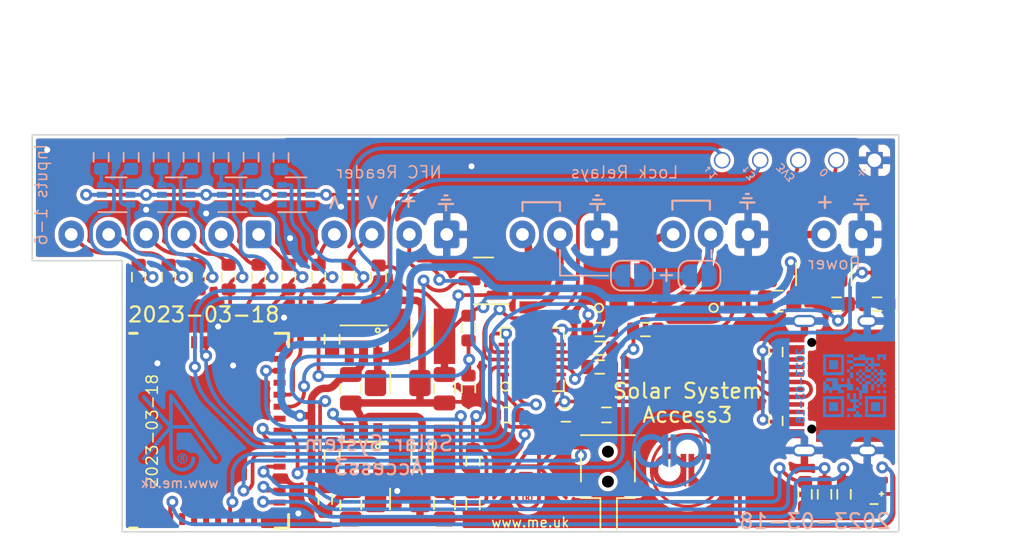
<source format=kicad_pcb>
(kicad_pcb (version 20211014) (generator pcbnew)
  (title_block (title "Access Control") (date "${DATE}") (rev "3") (company "Adrian Kennard Andrews & Arnold Ltd") (comment 1 "toot.me.uk/@RevK") (comment 2 "www.me.uk"))
  (layers (0 "F.Cu" signal) (31 "B.Cu" signal) (34 "B.Paste" user) (35 "F.Paste" user) (36 "B.SilkS" user "B.Silkscreen") (37 "F.SilkS" user "F.Silkscreen") (38 "B.Mask" user) (39 "F.Mask" user) (44 "Edge.Cuts" user))
  (property "DATE" "2023-03-18")
  (net 0 "")
  (net 1 "+3.3V")
  (net 2 "VBUS")
  (net 3 "GND")
  (net 4 "RFTX")
  (net 5 "RFRX")
  (net 6 "+5V")
  (net 7 "D-")
  (net 8 "D+")
  (net 9 "Net-(J7-Pad2)")
  (net 10 "SHDN")
  (net 11 "O")
  (net 12 "I")
  (net 13 "Net-(C2-Pad2)")
  (net 14 "IO1")
  (net 15 "IO2")
  (net 16 "EN")
  (net 17 "+12V")
  (net 18 "Net-(J1-PadA7)")
  (net 19 "Net-(J1-PadA6)")
  (net 21 "Net-(J1-PadA5)")
  (net 22 "Net-(J1-PadB5)")
  (net 24 "Net-(Q1-Pad3)")
  (net 25 "TAMPER")
  (net 26 "IO3")
  (net 27 "IO4")
  (net 28 "IO5")
  (net 29 "Net-(J2-Pad4)")
  (net 30 "Net-(J2-Pad3)")
  (net 31 "Net-(R2-Pad2)")
  (net 32 "Net-(J3-Pad6)")
  (net 33 "Net-(J3-Pad5)")
  (net 34 "Net-(J3-Pad4)")
  (net 35 "Net-(J3-Pad3)")
  (net 36 "Net-(J3-Pad2)")
  (net 37 "Net-(J3-Pad1)")
  (net 38 "BOOT")
  (net 39 "Net-(D5-Pad4)")
  (net 40 "Net-(D5-Pad3)")
  (net 41 "Net-(J6-Pad3)")
  (net 42 "Net-(J6-Pad2)")
  (net 43 "R")
  (net 44 "G")
  (net 45 "B")
  (net 56 "Net-(R16-Pad1)")
  (net 57 "Net-(R21-Pad2)")
  (net 58 "Net-(R22-Pad2)")
  (net 62 "Net-(J7-Pad3)")
  (net 68 "Net-(D5-Pad1)")
  (net 69 "DC")
  (net 70 "IO6")
  (net 71 "RELAY2")
  (net 72 "Net-(R25-Pad1)")
  (net 73 "RELAY1")
  (footprint "RevK:Molex_MiniSPOX_H2RA" (layer "F.Cu") (at 154.45 72.65 180)
    (fp_text reference "J5" hide)
    (fp_text value "POWER")
  )
  (footprint "RevK:Molex_MiniSPOX_H3RA" (layer "F.Cu") (at 135.6 72.65 180)
    (fp_text reference "J6" hide)
    (fp_text value "DOOR2")
  )
  (footprint "RevK:Molex_MiniSPOX_H4RA" (layer "F.Cu") (at 124.3 72.65 180)
    (fp_text reference "J2" hide)
    (fp_text value "RFID")
  )
  (footprint "RevK:Molex_MiniSPOX_H6RA" (layer "F.Cu") (at 109.25 72.65 180)
    (fp_text reference "J3" hide)
    (fp_text value "INPUTS")
  )
  (footprint "RevK:R_0603" (layer "F.Cu") (at 138.25 79 180)
    (fp_text reference "R16" hide)
    (fp_text value "1K")
  )
  (footprint "RevK:ESE13" (layer "F.Cu") (at 138.8 88.15 -90)
    (fp_text reference "SW1" hide)
    (fp_text value "ESE13V01D")
  )
  (footprint "RevK:R_0603" (layer "F.Cu") (at 113.5 75.5 -90)
    (fp_text reference "R10" hide)
    (fp_text value "100R")
  )
  (footprint "RevK:R_0603" (layer "F.Cu") (at 151.95 90 90)
    (fp_text reference "R18" hide)
    (fp_text value "1K")
  )
  (footprint "RevK:R_0603" (layer "F.Cu") (at 129.5 82.9 90)
    (fp_text reference "R24" hide)
    (fp_text value "30k 1%")
  )
  (footprint "RevK:R_0603" (layer "F.Cu") (at 141.3 79 180)
    (fp_text reference "R25" hide)
    (fp_text value "1K")
  )
  (footprint "RevK:C_0805" (layer "F.Cu") (at 150.15 77.1 180)
    (fp_text reference "C17" hide)
    (fp_text value "10uF")
  )
  (footprint "RevK:MHS190RGBCT" (layer "F.Cu") (at 156.55 90.2 -90)
    (fp_text reference "D5" hide)
    (fp_text value "LED_BARG" hide)
  )
  (footprint "RevK:USC16-TR" (layer "F.Cu") (at 153.785 82.75 90)
    (fp_text reference "J1" hide)
    (fp_text value "USB-C")
  )
  (footprint "RevK:R_0603" (layer "F.Cu") (at 129.8 90.7 90)
    (fp_text reference "R23" hide)
    (fp_text value "18k 1%")
  )
  (footprint "RevK:D_1206" (layer "F.Cu") (at 150.85 75.3 180)
    (fp_text reference "D9" hide)
    (fp_text value "D")
  )
  (footprint "RevK:SOT-23-Thin-6-Reg" (layer "F.Cu") (at 122.5 79.4)
    (fp_text reference "U5" hide)
    (fp_text value "LMR16006XDDCR")
  )
  (footprint "RevK:R_0603" (layer "F.Cu") (at 156.75 77.3 180)
    (fp_text reference "R2" hide)
    (fp_text value "4k7")
  )
  (footprint "RevK:ESP32-PICO-MINI-02" (layer "F.Cu") (at 112 85.75 90)
    (fp_text reference "U1" hide)
    (fp_text value "ESP32-PICO-MINI-02")
  )
  (footprint "RevK:R_0603" (layer "F.Cu") (at 117.5 75.5 -90)
    (fp_text reference "R8" hide)
    (fp_text value "100R")
  )
  (footprint "RevK:L_4x4_" (layer "F.Cu") (at 126.4 79.4)
    (fp_text reference "L2" hide)
    (fp_text value "6.8uH")
  )
  (footprint "RevK:C_0805_" (layer "F.Cu") (at 127.9 90.7 90)
    (fp_text reference "C11" hide)
    (fp_text value "10uF")
  )
  (footprint "RevK:D_1206_" (layer "F.Cu") (at 124.78 82.57)
    (fp_text reference "D7" hide)
    (fp_text value "Schottky")
  )
  (footprint "RevK:C_0603_" (layer "F.Cu") (at 120.4 87.4 90)
    (fp_text reference "C9" hide)
    (fp_text value "100nF")
  )
  (footprint "RevK:D_1206_" (layer "F.Cu") (at 124.77 90.31)
    (fp_text reference "D6" hide)
    (fp_text value "Schottky")
  )
  (footprint "RevK:C_0603" (layer "F.Cu") (at 138.7 84.7 180)
    (fp_text reference "C15" hide)
    (fp_text value "10nF")
  )
  (footprint "RevK:C_0805_" (layer "F.Cu") (at 121.65 90.7 90)
    (fp_text reference "C10" hide)
    (fp_text value "2.2uF")
  )
  (footprint "RevK:C_0603" (layer "F.Cu") (at 123.5 75.5 -90)
    (fp_text reference "C16" hide)
    (fp_text value "10nF")
  )
  (footprint "RevK:C_0805_" (layer "F.Cu") (at 127.9 82.95 90)
    (fp_text reference "C14" hide)
    (fp_text value "10uF")
  )
  (footprint "RevK:SOT-323_SC-70" (layer "F.Cu") (at 118.3 78.4 90)
    (fp_text reference "Q2" hide)
    (fp_text value "PMF250XNEX" hide)
  )
  (footprint "RevK:R_0603" (layer "F.Cu") (at 119.95 90.35 -90)
    (fp_text reference "R20" hide)
    (fp_text value "100K")
  )
  (footprint "RevK:Molex_MiniSPOX_H3RA" (layer "F.Cu") (at 145.65 72.65 180)
    (fp_text reference "J7" hide)
    (fp_text value "DOOR1")
  )
  (footprint "RevK:R_0603" (layer "F.Cu") (at 138.25 81.5)
    (fp_text reference "R15" hide)
    (fp_text value "27R")
  )
  (footprint "RevK:R_0603" (layer "F.Cu") (at 115.5 75.5 -90)
    (fp_text reference "R9" hide)
    (fp_text value "100R")
  )
  (footprint "RevK:R_0603" (layer "F.Cu") (at 129.5 78.9 -90)
    (fp_text reference "R22" hide)
    (fp_text value "100k 1%")
  )
  (footprint "RevK:R_0603" (layer "F.Cu") (at 154.55 90 90)
    (fp_text reference "R17" hide)
    (fp_text value "300R")
  )
  (footprint "RevK:AJK" (layer "F.Cu") (at 134.2 88.125)
    (fp_text reference "Logo1" hide)
    (fp_text value "AJK" hide)
  )
  (footprint "RevK:R_0603" (layer "F.Cu") (at 150 80.5 -90)
    (fp_text reference "R5" hide)
    (fp_text value "5K1")
  )
  (footprint "RevK:R_0603" (layer "F.Cu") (at 109.5 75.5 -90)
    (fp_text reference "R12" hide)
    (fp_text value "100R")
  )
  (footprint "RevK:R_0603" (layer "F.Cu") (at 136 84.7)
    (fp_text reference "R1" hide)
    (fp_text value "10k")
  )
  (footprint "RevK:R_0603" (layer "F.Cu") (at 129.8 87.8 -90)
    (fp_text reference "R21" hide)
    (fp_text value "100k 1%")
  )
  (footprint "RevK:C_0805_" (layer "F.Cu") (at 121.65 82.95 90)
    (fp_text reference "C13" hide)
    (fp_text value "2.2uF")
  )
  (footprint "RevK:L_4x4_" (layer "F.Cu") (at 126.4 87.15)
    (fp_text reference "L1" hide)
    (fp_text value "6.8uH")
  )
  (footprint "RevK:R_0603" (layer "F.Cu") (at 150 85.1 -90)
    (fp_text reference "R4" hide)
    (fp_text value "5K1")
  )
  (footprint "RevK:R_0603" (layer "F.Cu") (at 121.5 75.5 -90)
    (fp_text reference "R6" hide)
    (fp_text value "100R")
  )
  (footprint "RevK:Special-SOP-4-3.7x4.55" (layer "F.Cu") (at 136.5 76.25 90)
    (fp_text reference "U3" hide)
    (fp_text value "G3VM-41GR8")
  )
  (footprint "Package_TO_SOT_SMD:SOT-23" (layer "F.Cu") (at 130.5 75.75 180)
    (fp_text reference "Q1" hide)
    (fp_text value "NX7002AK")
  )
  (footprint "RevK:QFN-20-1EP_4x4mm_P0.5mm_EP2.5x2.5mm" (layer "F.Cu") (at 133.75 81 90)
    (fp_text reference "U2" hide)
    (fp_text value "FT231XQ")
  )
  (footprint "RevK:R_0603" (layer "F.Cu") (at 154.05 77.3 180)
    (fp_text reference "R3" hide)
    (fp_text value "10k")
  )
  (footprint "RevK:D_1206" (layer "F.Cu") (at 155.55 75.3)
    (fp_text reference "D8" hide)
    (fp_text value "D")
  )
  (footprint "RevK:R_0603" (layer "F.Cu") (at 119.5 75.5 -90)
    (fp_text reference "R7" hide)
    (fp_text value "100R")
  )
  (footprint "RevK:SOT-23-Thin-6-Reg" (layer "F.Cu") (at 122.5 87.15)
    (fp_text reference "U4" hide)
    (fp_text value "LMR16006XDDCR")
  )
  (footprint "RevK:R_0603" (layer "F.Cu") (at 111.5 75.5 -90)
    (fp_text reference "R11" hide)
    (fp_text value "100R")
  )
  (footprint "RevK:Special-SOP-4-3.7x4.55" (layer "F.Cu") (at 144.15 76.25 90)
    (fp_text reference "U8" hide)
    (fp_text value "G3VM-41GR8")
  )
  (footprint "RevK:AA" (layer "F.Cu") (at 144.1 88.4)
    (fp_text reference "U9" hide)
    (fp_text value "AA" hide)
  )
  (footprint "RevK:C_0603" (layer "F.Cu") (at 132.05 84.7 180)
    (fp_text reference "C1" hide)
    (fp_text value "0.1uF")
  )
  (footprint "RevK:R_0603" (layer "F.Cu") (at 107.5 75.5 -90)
    (fp_text reference "R13" hide)
    (fp_text value "100R")
  )
  (footprint "RevK:C_0603_" (layer "F.Cu") (at 120.4 79.65 90)
    (fp_text reference "C12" hide)
    (fp_text value "100nF")
  )
  (footprint "RevK:R_0603" (layer "F.Cu") (at 138.25 80.25)
    (fp_text reference "R14" hide)
    (fp_text value "27R")
  )
  (footprint "RevK:R_0603" (layer "F.Cu") (at 153.25 90 90)
    (fp_text reference "R19" hide)
    (fp_text value "100R")
  )
  (footprint "RevK:C_0603" (layer "B.Cu") (at 115 67.5 90)
    (fp_text reference "C3" hide)
    (fp_text value "33pF")
  )
  (footprint "RevK:C_0603" (layer "B.Cu") (at 111 67.5 90)
    (fp_text reference "C5" hide)
    (fp_text value "33pF")
  )
  (footprint "RevK:C_0603" (layer "B.Cu") (at 107 67.5 90)
    (fp_text reference "C7" hide)
    (fp_text value "33pF")
  )
  (footprint "Package_TO_SOT_SMD:SOT-363_SC-70-6" (layer "B.Cu") (at 118 70)
    (fp_text reference "D1" hide)
    (fp_text value "BAV99S")
  )
  (footprint "Package_TO_SOT_SMD:SOT-363_SC-70-6" (layer "B.Cu") (at 106 70)
    (fp_text reference "D4" hide)
    (fp_text value "BAV99S")
  )
  (footprint "RevK:AA" (layer "B.Cu") (at 142.9 87.1 180)
    (fp_text reference "U6" hide)
    (fp_text value "AA" hide)
  )
  (footprint "RevK:QR-SS" (layer "B.Cu") (at 155.25 82.75 90)
    (fp_text reference "U7" hide)
    (fp_text value "QR" hide)
  )
  (footprint "Jumper:SolderJumper-2_P1.3mm_Open_RoundedPad1.0x1.5mm" (layer "B.Cu") (at 140.4 75.4 180)
    (fp_text reference "JP1" hide)
    (fp_text value "12V")
  )
  (footprint "RevK:Shelly" (layer "B.Cu") (at 151.5 67.7)
    (fp_text reference "J4" hide)
    (fp_text value "Shelly" hide)
  )
  (footprint "RevK:C_0603" (layer "B.Cu") (at 117 67.525 -90)
    (fp_text reference "C2" hide)
    (fp_text value "33pF")
  )
  (footprint "Package_TO_SOT_SMD:SOT-363_SC-70-6" (layer "B.Cu") (at 110 70)
    (fp_text reference "D3" hide)
    (fp_text value "BAV99S")
  )
  (footprint "RevK:C_0603" (layer "B.Cu") (at 105 67.5 90)
    (fp_text reference "C8" hide)
    (fp_text value "33pF")
  )
  (footprint "Jumper:SolderJumper-2_P1.3mm_Open_RoundedPad1.0x1.5mm" (layer "B.Cu") (at 144.9 75.4)
    (fp_text reference "JP2" hide)
    (fp_text value "12V")
  )
  (footprint "RevK:AJK" (layer "B.Cu") (at 109.65 85.5 180)
    (fp_text reference "AJK1" hide)
    (fp_text value "AJK" hide)
  )
  (footprint "RevK:C_0603" (layer "B.Cu") (at 109 67.5 90)
    (fp_text reference "C6" hide)
    (fp_text value "33pF")
  )
  (footprint "Package_TO_SOT_SMD:SOT-363_SC-70-6" (layer "B.Cu") (at 114 70)
    (fp_text reference "D2" hide)
    (fp_text value "BAV99S")
  )
  (footprint "RevK:C_0603" (layer "B.Cu") (at 113 67.5 90)
    (fp_text reference "C4" hide)
    (fp_text value "33pF")
  )
  (gr_line (start 135.6 71.1) (end 135.6 70.5) (layer "B.SilkS") (width 0.15))
  (gr_line (start 133.1 70.5) (end 135.6 70.5) (layer "B.SilkS") (width 0.15))
  (gr_line (start 133.1 70.5) (end 133.1 71.1) (layer "B.SilkS") (width 0.15))
  (gr_line (start 143.1 70.4) (end 143.1 71) (layer "B.SilkS") (width 0.15))
  (gr_line (start 143.1 70.4) (end 145.6 70.4) (layer "B.SilkS") (width 0.15))
  (gr_line (start 145.7 73.7) (end 145.7 74.2) (layer "B.SilkS") (width 0.12))
  (gr_line (start 135.6 73.7) (end 135.6 75.4) (layer "B.SilkS") (width 0.12))
  (gr_line (start 138.8 75.4) (end 135.6 75.4) (layer "B.SilkS") (width 0.12))
  (gr_line (start 145.6 71) (end 145.6 70.4) (layer "B.SilkS") (width 0.15))
  (gr_line (start 100.4 66) (end 158.2 66) (layer "Edge.Cuts") (width 0.1))
  (gr_line (start 106.4 74.4) (end 106.4 92.5) (layer "Edge.Cuts") (width 0.1))
  (gr_line (start 100.4 74.4) (end 106.4 74.4) (layer "Edge.Cuts") (width 0.1))
  (gr_line (start 106.4 92.5) (end 158.2 92.5) (layer "Edge.Cuts") (width 0.1))
  (gr_line (start 158.2 66) (end 158.2 92.5) (layer "Edge.Cuts") (width 0.1))
  (gr_line (start 100.4 66) (end 100.4 74.4) (layer "Edge.Cuts") (width 0.1))
  (gr_text "⏚" (at 128 70.5 180) (layer "B.SilkS") (effects (font (size 1 1)) (justify mirror)))
  (gr_text "⏚" (at 155.7 70.5 180) (layer "B.SilkS") (effects (font (size 1 1)) (justify mirror)))
  (gr_text "+" (at 153.2 70.5 90) (layer "B.SilkS") (effects (font (size 1 1)) (justify mirror)))
  (gr_text ">" (at 123 70.5 90) (layer "B.SilkS") (effects (font (size 1 1)) (justify mirror)))
  (gr_text "+" (at 125.5 70.5 180) (layer "B.SilkS") (effects (font (size 1 1)) (justify mirror)))
  (gr_text "⏚" (at 138.1 70.5 180) (layer "B.SilkS") (effects (font (size 1 1)) (justify mirror)))
  (gr_text "<" (at 120.5 70.5 90) (layer "B.SilkS") (effects (font (size 1 1)) (justify mirror)))
  (gr_text "NFC Reader" (at 124.2 68.5) (layer "B.SilkS") (effects (font (size 0.8 0.8) (thickness 0.1)) (justify mirror)))
  (gr_text "Lock Relays" (at 139.9 68.5) (layer "B.SilkS") (effects (font (size 0.8 0.8) (thickness 0.1)) (justify mirror)))
  (gr_text "Power" (at 153.9 74.575) (layer "B.SilkS") (effects (font (size 0.8 0.8) (thickness 0.1)) (justify mirror)))
  (gr_text "Solar System\nAccess3" (at 123.5 87.4) (layer "B.SilkS") (effects (font (size 1 1)) (justify mirror)))
  (gr_text "⏚" (at 148.1 70.4 180) (layer "B.SilkS") (effects (font (size 1 1)) (justify mirror)))
  (gr_text "+" (at 142.7 75.3) (layer "B.SilkS") (effects (font (size 1 1)) (justify mirror)))
  (gr_text "Inputs 1-6" (at 101 70 90) (layer "B.SilkS") (effects (font (size 0.8 0.8) (thickness 0.1)) (justify mirror)))
  (gr_text "${DATE}" (at 157.75 91.8) (layer "B.SilkS") (effects (font (size 1 1)) (justify left mirror)))
  (gr_text "${DATE}" (at 106.7 78) (layer "F.SilkS") (effects (font (size 1 1)) (justify left)))
  (gr_text "Solar System\nAccess3" (at 144.1 83.9) (layer "F.SilkS") (effects (font (size 1 1))))
  (segment (start 120 70) (end 124.2 70) (width 0.25) (layer "F.Cu") (net 1))
  (segment (start 148.4 92.1) (end 156.95 92.1) (width 0.25) (layer "F.Cu") (net 1))
  (segment (start 134.25 79.1) (end 134.75 79.1) (width 0.25) (layer "F.Cu") (net 1))
  (segment (start 108 70) (end 112 70) (width 0.25) (layer "F.Cu") (net 1))
  (segment (start 120 70) (end 116 70) (width 0.25) (layer "F.Cu") (net 1))
  (segment (start 129.275 78.075) (end 127.9 79.45) (width 0.25) (layer "F.Cu") (net 1))
  (segment (start 112 70) (end 116 70) (width 0.25) (layer "F.Cu") (net 1))
  (segment (start 144.2 83.8) (end 135.9 83.8) (width 0.25) (layer "F.Cu") (net 1))
  (segment (start 109.6 91.65) (end 109.6 90.65) (width 0.25) (layer "F.Cu") (net 1))
  (segment (start 147.6 91.3) (end 147.6 87.2) (width 0.25) (layer "F.Cu") (net 1))
  (segment (start 124.2 70) (end 149.2 70) (width 0.25) (layer "F.Cu") (net 1))
  (segment (start 124.225 74.725) (end 124.225 70.025) (width 0.25) (layer "F.Cu") (net 1))
  (segment (start 157.85 90) (end 157.85 88.95) (width 0.25) (layer "F.Cu") (net 1))
  (segment (start 125.978047 76.4) (end 125.8 76.4) (width 0.25) (layer "F.Cu") (net 1))
  (segment (start 131.85 82.755026) (end 131.85 82) (width 0.25) (layer "F.Cu") (net 1))
  (segment (start 157.85 91.2) (end 157.85 90) (width 0.25) (layer "F.Cu") (net 1))
  (segment (start 127.9 77.810304) (end 126.851485 76.76179) (width 0.25) (layer "F.Cu") (net 1))
  (segment (start 123.8 74.825) (end 124.325 74.825) (width 0.25) (layer "F.Cu") (net 1))
  (segment (start 124.82548 75.42548) (end 124.82548 75.32548) (width 0.25) (layer "F.Cu") (net 1))
  (segment (start 104 70) (end 108 70) (width 0.25) (layer "F.Cu") (net 1))
  (segment (start 133.175 85.05) (end 134.825 85.05) (width 0.25) (layer "F.Cu") (net 1))
  (segment (start 134.75 79.0625) (end 135.599112 79.0625) (width 0.25) (layer "F.Cu") (net 1))
  (segment (start 132.489124 83.889125) (end 132.2 83.6) (width 0.25) (layer "F.Cu") (net 1))
  (segment (start 156.55 89.975) (end 157.825 89.975) (width 0.25) (layer "F.Cu") (net 1))
  (segment (start 135.75 79) (end 135.75 79.849112) (width 0.25) (layer "F.Cu") (net 1))
  (via (at 109.75 90.5) (size 0.8) (drill 0.4) (layers "F.Cu" "B.Cu") (net 1))
  (via (at 135.9 83.8) (size 0.8) (drill 0.4) (layers "F.Cu" "B.Cu") (net 1))
  (via (at 157.1 88.2) (size 0.8) (drill 0.4) (layers "F.Cu" "B.Cu") (net 1))
  (via (at 130.494662 77.509913) (size 0.8) (drill 0.4) (layers "F.Cu" "B.Cu") (net 1))
  (via (at 120 70) (size 0.8) (drill 0.4) (layers "F.Cu" "B.Cu") (net 1))
  (via (at 116 70) (size 0.8) (drill 0.4) (layers "F.Cu" "B.Cu") (net 1))
  (via (at 108 70) (size 0.8) (drill 0.4) (layers "F.Cu" "B.Cu") (net 1))
  (via (at 112 70) (size 0.8) (drill 0.4) (layers "F.Cu" "B.Cu") (net 1))
  (via (at 135.75 79) (size 0.8) (drill 0.4) (layers "F.Cu" "B.Cu") (net 1))
  (via (at 104 70) (size 0.8) (drill 0.4) (layers "F.Cu" "B.Cu") (net 1))
  (arc (start 132.825 84.7) (mid 132.927513 84.947487) (end 133.175 85.05) (width 0.25) (layer "F.Cu") (net 1))
  (arc (start 126.851485 76.76179) (mid 126.450749 76.494026) (end 125.978047 76.4) (width 0.25) (layer "F.Cu") (net 1))
  (arc (start 134.825 85.05) (mid 135.072487 84.947487) (end 135.175 84.7) (width 0.25) (layer "F.Cu") (net 1))
  (arc (start 109.6 90.65) (mid 109.643934 90.543934) (end 109.75 90.5) (width 0.25) (layer "F.Cu") (net 1))
  (arc (start 124.225 74.725) (mid 124.254289 74.795711) (end 124.325 74.825) (width 0.25) (layer "F.Cu") (net 1))
  (arc (start 148.4 92.1) (mid 147.834315 91.865685) (end 147.6 91.3) (width 0.25) (layer "F.Cu") (net 1))
  (arc (start 132.825 84.7) (mid 132.737709 84.261157) (end 132.489124 83.889125) (width 0.25) (layer "F.Cu") (net 1))
  (arc (start 157.85 88.95) (mid 157.63033 88.41967) (end 157.1 88.2) (width 0.25) (layer "F.Cu") (net 1))
  (arc (start 149.2 70) (mid 150.826346 69.326346) (end 151.5 67.7) (width 0.25) (layer "F.Cu") (net 1))
  (arc (start 124.225 70.025) (mid 124.217678 70.007322) (end 124.2 70) (width 0.25) (layer "F.Cu") (net 1))
  (arc (start 135.75 79.849112) (mid 135.733756 79.930772) (end 135.6875 80) (width 0.25) (layer "F.Cu") (net 1))
  (arc (start 156.95 92.1) (mid 157.586396 91.836396) (end 157.85 91.2) (width 0.25) (layer "F.Cu") (net 1))
  (arc (start 124.82548 75.32548) (mid 124.678893 74.971587) (end 124.325 74.825) (width 0.25) (layer "F.Cu") (net 1))
  (arc (start 147.6 87.2) (mid 146.604163 84.795837) (end 144.2 83.8) (width 0.25) (layer "F.Cu") (net 1))
  (arc (start 135.599112 79.0625) (mid 135.680772 79.046256) (end 135.75 79) (width 0.25) (layer "F.Cu") (net 1))
  (arc (start 130.494662 77.509913) (mid 130.097786 77.588856) (end 129.761331 77.813668) (width 0.25) (layer "F.Cu") (net 1))
  (arc (start 135.175 84.525) (mid 135.387348 84.012348) (end 135.9 83.8) (width 0.25) (layer "F.Cu") (net 1))
  (arc (start 125.8 76.4) (mid 125.11091 76.11457) (end 124.82548 75.42548) (width 0.25) (layer "F.Cu") (net 1))
  (arc (start 157.825 89.975) (mid 157.842678 89.982322) (end 157.85 90) (width 0.25) (layer "F.Cu") (net 1))
  (arc (start 132.2 83.6) (mid 131.940962 83.212323) (end 131.85 82.755026) (width 0.25) (layer "F.Cu") (net 1))
  (segment (start 157.75 91) (end 157.75 88.75) (width 0.25) (layer "B.Cu") (net 1))
  (segment (start 118.95 70) (end 120 70) (width 0.25) (layer "B.Cu") (net 1))
  (segment (start 130.900497 76.849503) (end 137.049503 76.849503) (width 0.25) (layer "B.Cu") (net 1))
  (segment (start 106.95 70) (end 108 70) (width 0.25) (layer "B.Cu") (net 1))
  (segment (start 114.95 70) (end 116 70) (width 0.25) (layer "B.Cu") (net 1))
  (segment (start 110.95 70) (end 112 70) (width 0.25) (layer "B.Cu") (net 1))
  (segment (start 105.05 70) (end 104 70) (width 0.25) (layer "B.Cu") (net 1))
  (segment (start 138.248035 78.048035) (end 138.248035 78.251965) (width 0.25) (layer "B.Cu") (net 1))
  (segment (start 137.5 79) (end 135.75 79) (width 0.25) (layer "B.Cu") (net 1))
  (segment (start 157.2 88.2) (end 157.1 88.2) (width 0.25) (layer "B.Cu") (net 1))
  (segment (start 130.494662 77.509913) (end 130.494662 77.255338) (width 0.25) (layer "B.Cu") (net 1))
  (segment (start 111.25 92) (end 156.75 92) (width 0.25) (layer "B.Cu") (net 1))
  (segment (start 112 70) (end 113.05 70) (width 0.25) (layer "B.Cu") (net 1))
  (segment (start 135.75 79) (end 135.75 83.65) (width 0.25) (layer "B.Cu") (net 1))
  (segment (start 108 70) (end 109.05 70) (width 0.25) (layer "B.Cu") (net 1))
  (arc (start 138.248035 78.251965) (mid 138.028941 78.780906) (end 137.5 79) (width 0.25) (layer "B.Cu") (net 1))
  (arc (start 137.049503 76.849503) (mid 137.896993 77.200545) (end 138.248035 78.048035) (width 0.25) (layer "B.Cu") (net 1))
  (arc (start 109.75 90.5) (mid 110.18934 91.56066) (end 111.25 92) (width 0.25) (layer "B.Cu") (net 1))
  (arc (start 157.75 88.75) (mid 157.588909 88.361091) (end 157.2 88.2) (width 0.25) (layer "B.Cu") (net 1))
  (arc (start 156.75 92) (mid 157.457107 91.707107) (end 157.75 91) (width 0.25) (layer "B.Cu") (net 1))
  (arc (start 130.494662 77.255338) (mid 130.613528 76.968369) (end 130.900497 76.849503) (width 0.25) (layer "B.Cu") (net 1))
  (arc (start 135.75 83.65) (mid 135.793934 83.756066) (end 135.9 83.8) (width 0.25) (layer "B.Cu") (net 1))
  (segment (start 155.75 75.2) (end 156.85 75.2) (width 0.25) (layer "F.Cu") (net 2))
  (segment (start 151.325 85.15) (end 149.271076 85.15) (width 0.25) (layer "F.Cu") (net 2))
  (segment (start 149.271076 85.15) (end 149.129179 85.008103) (width 0.25) (layer "F.Cu") (net 2))
  (segment (start 157.575 75.925) (end 157.575 77.2) (width 0.25) (layer "F.Cu") (net 2))
  (segment (start 149.129179 80.408103) (end 151.266897 80.408103) (width 0.25) (layer "F.Cu") (net 2))
  (via (at 149.129179 85.008103) (size 0.8) (drill 0.4) (layers "F.Cu" "B.Cu") (net 2))
  (via (at 155.75 75.2) (size 0.8) (drill 0.4) (layers "F.Cu" "B.Cu") (net 2))
  (via (at 149.129179 80.408103) (size 0.8) (drill 0.4) (layers "F.Cu" "B.Cu") (net 2))
  (arc (start 156.95 75.3) (mid 157.391942 75.483058) (end 157.575 75.925) (width 0.25) (layer "F.Cu") (net 2))
  (segment (start 154.95 78.7) (end 154.95 76) (width 0.25) (layer "B.Cu") (net 2))
  (segment (start 149.129179 85.008103) (end 149.129179 80.408103) (width 0.25) (layer "B.Cu") (net 2))
  (segment (start 150.337282 79.2) (end 154.45 79.2) (width 0.25) (layer "B.Cu") (net 2))
  (arc (start 154.45 79.2) (mid 154.803553 79.053553) (end 154.95 78.7) (width 0.25) (layer "B.Cu") (net 2))
  (arc (start 154.95 76) (mid 155.184315 75.434315) (end 155.75 75.2) (width 0.25) (layer "B.Cu") (net 2))
  (arc (start 149.129179 80.408103) (mid 149.483024 79.553845) (end 150.337282 79.2) (width 0.25) (layer "B.Cu") (net 2))
  (segment (start 135.65 82) (end 134.75 82) (width 0.25) (layer "F.Cu") (net 3))
  (segment (start 117.794974 92.05) (end 120.684315 92.05) (width 0.25) (layer "F.Cu") (net 3))
  (segment (start 127.9 91.65) (end 129.425 91.65) (width 0.25) (layer "F.Cu") (net 3))
  (segment (start 151.905 78.43) (end 150.63 78.43) (width 0.5) (layer "F.Cu") (net 3))
  (segment (start 126.2625 90.32) (end 124.893033 90.32) (width 0.5) (layer "F.Cu") (net 3))
  (segment (start 134.25 82.9) (end 134.25 81.5) (width 0.25) (layer "F.Cu") (net 3))
  (segment (start 129.5 83.825) (end 127.975 83.825) (width 0.25) (layer "F.Cu") (net 3))
  (segment (start 124.893033 90.32) (end 124.75 90.176967) (width 0.5) (layer "F.Cu") (net 3))
  (segment (start 133.75 81) (end 134.75 82) (width 0.25) (layer "F.Cu") (net 3))
  (segment (start 133.75 82.9) (end 133.75 81) (width 0.25) (layer "F.Cu") (net 3))
  (segment (start 110.05 87.7) (end 110.05 85.75) (width 0.25) (layer "F.Cu") (net 3))
  (segment (start 133.25 82.9) (end 133.25 81.5) (width 0.25) (layer "F.Cu") (net 3))
  (segment (start 110.05 87.7) (end 112 87.7) (width 0.25) (layer "F.Cu") (net 3))
  (segment (start 133.75 79.1) (end 133.75 81) (width 0.25) (layer "F.Cu") (net 3))
  (segment (start 134.75 82.9) (end 134.75 82) (width 0.25) (layer "F.Cu") (net 3))
  (segment (start 123.8 76.375) (end 123.8 76.7) (width 0.25) (layer "F.Cu") (net 3))
  (via (at 108.75 81.25) (size 0.8) (drill 0.4) (layers "F.Cu" "B.Cu") (net 3))
  (via (at 129.7 68.1) (size 0.8) (drill 0.4) (layers "F.Cu" "B.Cu") (net 3))
  (via (at 101.4 67) (size 0.8) (drill 0.4) (layers "F.Cu" "B.Cu") (net 3))
  (via (at 117.6 72.9) (size 0.8) (drill 0.4) (layers "F.Cu" "B.Cu") (net 3))
  (via (at 113.8 81.4) (size 0.8) (drill 0.4) (layers "F.Cu" "B.Cu") (net 3))
  (via (at 118.15 91.2755) (size 0.8) (drill 0.4) (layers "F.Cu" "B.Cu") (net 3))
  (via (at 108 71) (size 0.8) (drill 0.4) (layers "F.Cu" "B.Cu") (net 3))
  (via (at 117.2 78.2) (size 0.8) (drill 0.4) (layers "F.Cu" "B.Cu") (net 3))
  (via (at 112 71.25) (size 0.8) (drill 0.4) (layers "F.Cu" "B.Cu") (net 3))
  (via (at 112.8 78.8) (size 0.8) (drill 0.4) (layers "F.Cu" "B.Cu") (net 3))
  (via (at 124.75 89.7755) (size 0.8) (drill 0.4) (layers "F.Cu" "B.Cu") (net 3))
  (via (at 121 70.8) (size 0.8) (drill 0.4) (layers "F.Cu" "B.Cu") (net 3))
  (arc (start 120.684315 92.05) (mid 121.20694 91.946043) (end 121.65 91.65) (width 0.25) (layer "F.Cu") (net 3))
  (arc (start 123.8 76.7) (mid 123.770711 76.770711) (end 123.7 76.8) (width 0.25) (layer "F.Cu") (net 3))
  (arc (start 116.95 91.7) (mid 117.337677 91.959038) (end 117.794974 92.05) (width 0.25) (layer "F.Cu") (net 3))
  (arc (start 121.757538 84.007538) (mid 122.30704 84.829927) (end 122.5 85.8) (width 0.5) (layer "F.Cu") (net 3))
  (arc (start 129.5 83.825) (mid 130.331492 83.990394) (end 131.036396 84.461396) (width 0.25) (layer "F.Cu") (net 3))
  (arc (start 150.63 78.43) (mid 149.689548 78.040452) (end 149.3 77.1) (width 0.5) (layer "F.Cu") (net 3))
  (segment (start 115.79952 68.727618) (end 115.79952 67.95048) (width 0.25) (layer "B.Cu") (net 3))
  (segment (start 114.95 69.35) (end 115.177138 69.35) (width 0.25) (layer "B.Cu") (net 3))
  (segment (start 117.424511 66.325489) (end 147.205489 66.325489) (width 0.25) (layer "B.Cu") (net 3))
  (segment (start 147.205489 66.325489) (end 155.205489 66.325489) (width 0.25) (layer "B.Cu") (net 3))
  (arc (start 117 66.75) (mid 117.124336 66.449825) (end 117.424511 66.325489) (width 0.25) (layer "B.Cu") (net 3))
  (arc (start 115.177138 69.35) (mid 115.617229 69.167709) (end 115.79952 68.727618) (width 0.25) (layer "B.Cu") (net 3))
  (arc (start 155.205489 66.325489) (mid 156.177415 66.728074) (end 156.58 67.7) (width 0.25) (layer "B.Cu") (net 3))
  (arc (start 115.79952 67.95048) (mid 116.151132 67.101612) (end 117 66.75) (width 0.25) (layer "B.Cu") (net 3))
  (segment (start 118.3 77.675736) (end 118.3 76.9) (width 0.25) (layer "F.Cu") (net 4))
  (segment (start 120.4255 75.5) (end 120.325 75.5) (width 0.25) (layer "F.Cu") (net 4))
  (segment (start 117.7 80.2) (end 117.7 79.124264) (width 0.25) (layer "F.Cu") (net 4))
  (segment (start 118.9 76.3) (end 119.475 76.3) (width 0.25) (layer "F.Cu") (net 4))
  (via (at 120.4255 75.5) (size 0.8) (drill 0.4) (layers "F.Cu" "B.Cu") (net 4))
  (arc (start 117.7 79.124264) (mid 117.777967 78.732296) (end 118 78.4) (width 0.25) (layer "F.Cu") (net 4))
  (arc (start 120.325 75.5) (mid 119.741637 75.741637) (end 119.5 76.325) (width 0.25) (layer "F.Cu") (net 4))
  (arc (start 116.95 80.95) (mid 117.48033 80.73033) (end 117.7 80.2) (width 0.25) (layer "F.Cu") (net 4))
  (arc (start 118.3 76.9) (mid 118.475736 76.475736) (end 118.9 76.3) (width 0.25) (layer "F.Cu") (net 4))
  (arc (start 118 78.4) (mid 118.222033 78.067705) (end 118.3 77.675736) (width 0.25) (layer "F.Cu") (net 4))
  (segment (start 118.5 73.265685) (end 118.5 73.5) (width 0.25) (layer "B.Cu") (net 4))
  (segment (start 117.7 69.425) (end 117.7 71.5) (width 0.25) (layer "B.Cu") (net 4))
  (segment (start 117.05 69.35) (end 117.625 69.35) (width 0.25) (layer "B.Cu") (net 4))
  (segment (start 117.982843 72.182842) (end 118.1 72.3) (width 0.25) (layer "B.Cu") (net 4))
  (segment (start 118.712132 74.012132) (end 120.040547 75.340547) (width 0.25) (layer "B.Cu") (net 4))
  (arc (start 118.5 73.5) (mid 118.555131 73.777164) (end 118.712132 74.012132) (width 0.25) (layer "B.Cu") (net 4))
  (arc (start 118.1 72.3) (mid 118.396043 72.74306) (end 118.5 73.265685) (width 0.25) (layer "B.Cu") (net 4))
  (arc (start 117.625 69.35) (mid 117.678033 69.371967) (end 117.7 69.425) (width 0.25) (layer "B.Cu") (net 4))
  (arc (start 120.040547 75.340547) (mid 120.217165 75.458559) (end 120.4255 75.5) (width 0.25) (layer "B.Cu") (net 4))
  (arc (start 117.7 71.5) (mid 117.773508 71.869552) (end 117.982843 72.182842) (width 0.25) (layer "B.Cu") (net 4))
  (segment (start 118.3 80.375736) (end 118.3 79.4) (width 0.25) (layer "F.Cu") (net 5))
  (segment (start 117.8 83.1) (end 117.8 81.582842) (width 0.25) (layer "F.Cu") (net 5))
  (segment (start 116.9 83.35) (end 117.55 83.35) (width 0.25) (layer "F.Cu") (net 5))
  (arc (start 117.55 83.35) (mid 117.726777 83.276777) (end 117.8 83.1) (width 0.25) (layer "F.Cu") (net 5))
  (arc (start 117.8 81.582842) (mid 117.851978 81.32153) (end 118 81.1) (width 0.25) (layer "F.Cu") (net 5))
  (arc (start 118 81.1) (mid 118.222033 80.767705) (end 118.3 80.375736) (width 0.25) (layer "F.Cu") (net 5))
  (segment (start 128.79952 90.64952) (end 130.242263 90.64952) (width 0.25) (layer "F.Cu") (net 6))
  (segment (start 126.774635 74.9) (end 126.2 74.9) (width 0.25) (layer "F.Cu") (net 6))
  (segment (start 130.7 90.191783) (end 130.7 87.875) (width 0.25) (layer "F.Cu") (net 6))
  (segment (start 129.9147 84.809612) (end 129.980308 84.809612) (width 0.25) (layer "F.Cu") (net 6))
  (segment (start 129.980308 84.809612) (end 130.011971 84.777949) (width 0.25) (layer "F.Cu") (net 6))
  (segment (start 129.8 86.975) (end 129.8 85.000545) (width 0.25) (layer "F.Cu") (net 6))
  (segment (start 125.55 74.25) (end 125.55 72.65) (width 0.25) (layer "F.Cu") (net 6))
  (via (at 127.550135 75.6755) (size 0.8) (drill 0.4) (layers "F.Cu" "B.Cu") (net 6))
  (via (at 130.011971 84.777949) (size 0.8) (drill 0.4) (layers "F.Cu" "B.Cu") (net 6))
  (arc (start 127.9 89.75) (mid 128.163463 90.386057) (end 128.79952 90.64952) (width 0.25) (layer "F.Cu") (net 6))
  (arc (start 130.242263 90.64952) (mid 130.565932 90.515452) (end 130.7 90.191783) (width 0.25) (layer "F.Cu") (net 6))
  (arc (start 130.7 87.875) (mid 130.436396 87.238604) (end 129.8 86.975) (width 0.25) (layer "F.Cu") (net 6))
  (arc (start 126.2 74.9) (mid 125.740381 74.709619) (end 125.55 74.25) (width 0.25) (layer "F.Cu") (net 6))
  (arc (start 127.550135 75.6755) (mid 127.322996 75.127139) (end 126.774635 74.9) (width 0.25) (layer "F.Cu") (net 6))
  (arc (start 129.8 85.000545) (mid 129.83122 84.889764) (end 129.9147 84.809612) (width 0.25) (layer "F.Cu") (net 6))
  (segment (start 127.550135 75.6755) (end 127.6266 75.751965) (width 0.25) (layer "B.Cu") (net 6))
  (segment (start 130.034203 84.755717) (end 130.011971 84.777949) (width 0.25) (layer "B.Cu") (net 6))
  (segment (start 130.0123 80.2377) (end 130.2623 80.4877) (width 0.25) (layer "B.Cu") (net 6))
  (segment (start 130.474501 80.999998) (end 130.474501 84.326044) (width 0.25) (layer "B.Cu") (net 6))
  (segment (start 127.6266 75.751965) (end 129.084283 75.751965) (width 0.25) (layer "B.Cu") (net 6))
  (segment (start 130.189959 84.755717) (end 130.034203 84.755717) (width 0.25) (layer "B.Cu") (net 6))
  (segment (start 129.75 76.5) (end 129.75 79.604452) (width 0.25) (layer "B.Cu") (net 6))
  (arc (start 130.2623 80.4877) (mid 130.419352 80.722744) (end 130.474501 80.999998) (width 0.25) (layer "B.Cu") (net 6))
  (arc (start 130.474501 84.326044) (mid 130.396534 84.582984) (end 130.189959 84.755717) (width 0.25) (layer "B.Cu") (net 6))
  (arc (start 129.084283 75.751965) (mid 129.559232 76.00024) (end 129.75 76.5) (width 0.25) (layer "B.Cu") (net 6))
  (arc (start 129.75 79.604452) (mid 129.818169 79.947164) (end 130.0123 80.2377) (width 0.25) (layer "B.Cu") (net 6))
  (segment (start 135.65 80.5) (end 137.175 80.5) (width 0.2) (layer "F.Cu") (net 7))
  (segment (start 135.65 81) (end 136.217894 81) (width 0.2) (layer "F.Cu") (net 8))
  (arc (start 136.217894 81) (mid 136.871175 81.129946) (end 137.425 81.5) (width 0.2) (layer "F.Cu") (net 8))
  (arc (start 145.65 73.02) (mid 144.331981 76.201981) (end 141.15 77.52) (width 0.5) (layer "F.Cu") (net 9))
  (segment (start 145.55 72.75) (end 145.55 75.4) (width 0.5) (layer "B.Cu") (net 9))
  (segment (start 118.529927 82.779927) (end 118.529927 83.170073) (width 0.25) (layer "F.Cu") (net 10))
  (segment (start 131.4375 76.7) (end 128.849198 76.7) (width 0.25) (layer "F.Cu") (net 10))
  (segment (start 117.55 84.15) (end 116.9 84.15) (width 0.25) (layer "F.Cu") (net 10))
  (segment (start 128.849198 76.7) (end 128.822959 76.726239) (width 0.25) (layer "F.Cu") (net 10))
  (via (at 128.822959 76.726239) (size 0.8) (drill 0.4) (layers "F.Cu" "B.Cu") (net 10))
  (via (at 118.529927 82.779927) (size 0.8) (drill 0.4) (layers "F.Cu" "B.Cu") (net 10))
  (arc (start 118.529927 83.170073) (mid 118.242913 83.862986) (end 117.55 84.15) (width 0.25) (layer "F.Cu") (net 10))
  (segment (start 119.5 81.3) (end 124.249198 81.3) (width 0.25) (layer "B.Cu") (net 10))
  (segment (start 118.529927 82.270073) (end 118.529927 82.779927) (width 0.25) (layer "B.Cu") (net 10))
  (arc (start 124.249198 81.3) (mid 127.483335 79.960376) (end 128.822959 76.726239) (width 0.25) (layer "B.Cu") (net 10))
  (arc (start 119.5 81.3) (mid 118.814055 81.584128) (end 118.529927 82.270073) (width 0.25) (layer "B.Cu") (net 10))
  (segment (start 111.25 81.5) (end 111.25 79.9) (width 0.25) (layer "F.Cu") (net 11))
  (segment (start 132.75 83.146447) (end 132.75 82.9375) (width 0.25) (layer "F.Cu") (net 11))
  (segment (start 134 84) (end 133.603553 84) (width 0.25) (layer "F.Cu") (net 11))
  (via (at 134 84) (size 0.8) (drill 0.4) (layers "F.Cu" "B.Cu") (net 11))
  (via (at 111.25 81.5) (size 0.8) (drill 0.4) (layers "F.Cu" "B.Cu") (net 11))
  (arc (start 133.603553 84) (mid 133.276912 83.935027) (end 133 83.75) (width 0.25) (layer "F.Cu") (net 11))
  (arc (start 133 83.75) (mid 132.814973 83.473088) (end 132.75 83.146447) (width 0.25) (layer "F.Cu") (net 11))
  (segment (start 122.5 76.4) (end 113.2 76.4) (width 0.25) (layer "B.Cu") (net 11))
  (segment (start 115.785811 86.850978) (end 119.669265 86.850977) (width 0.25) (layer "B.Cu") (net 11))
  (segment (start 112.247236 83.907539) (end 114.769848 86.430152) (width 0.25) (layer "B.Cu") (net 11))
  (segment (start 123.8 66.9) (end 145.62 66.9) (width 0.25) (layer "B.Cu") (net 11))
  (segment (start 122.577817 74.177818) (end 123.287868 74.887868) (width 0.25) (layer "B.Cu") (net 11))
  (segment (start 119.669265 86.850977) (end 119.669267 86.850979) (width 0.25) (layer "B.Cu") (net 11))
  (segment (start 111.25 78.35) (end 111.25 81.5) (width 0.25) (layer "B.Cu") (net 11))
  (segment (start 121.8 72.3) (end 121.8 68.9) (width 0.25) (layer "B.Cu") (net 11))
  (segment (start 133.2 84) (end 134 84) (width 0.25) (layer "B.Cu") (net 11))
  (segment (start 119.669267 86.850979) (end 131.14902 86.85098) (width 0.25) (layer "B.Cu") (net 11))
  (segment (start 132.5 85.5) (end 132.5 84.7) (width 0.25) (layer "B.Cu") (net 11))
  (arc (start 114.769848 86.430152) (mid 115.235976 86.741609) (end 115.785811 86.850978) (width 0.25) (layer "B.Cu") (net 11))
  (arc (start 131.14902 86.85098) (mid 132.104307 86.455287) (end 132.5 85.5) (width 0.25) (layer "B.Cu") (net 11))
  (arc (start 121.8 72.3) (mid 122.002148 73.316268) (end 122.577817 74.177818) (width 0.25) (layer "B.Cu") (net 11))
  (arc (start 121.8 68.9) (mid 122.385786 67.485786) (end 123.8 66.9) (width 0.25) (layer "B.Cu") (net 11))
  (arc (start 113.2 76.4) (mid 111.821142 76.971142) (end 111.25 78.35) (width 0.25) (layer "B.Cu") (net 11))
  (arc (start 145.62 66.9) (mid 146.185685 67.134315) (end 146.42 67.7) (width 0.25) (layer "B.Cu") (net 11))
  (arc (start 123.5 75.4) (mid 123.207107 76.107107) (end 122.5 76.4) (width 0.25) (layer "B.Cu") (net 11))
  (arc (start 111.25 81.5) (mid 111.509173 82.802951) (end 112.247236 83.907539) (width 0.25) (layer "B.Cu") (net 11))
  (arc (start 123.287868 74.887868) (mid 123.444869 75.122836) (end 123.5 75.4) (width 0.25) (layer "B.Cu") (net 11))
  (arc (start 132.5 84.7) (mid 132.705025 84.205025) (end 133.2 84) (width 0.25) (layer "B.Cu") (net 11))
  (segment (start 132.006578 79.268021) (end 131.231979 79.268021) (width 0.25) (layer "F.Cu") (net 12))
  (segment (start 131 79.5) (end 131 80.25) (width 0.25) (layer "F.Cu") (net 12))
  (segment (start 112 80.75) (end 112 79.85) (width 0.25) (layer "F.Cu") (net 12))
  (segment (start 131.25 80.5) (end 131.8125 80.5) (width 0.25) (layer "F.Cu") (net 12))
  (via (at 132.006578 79.268021) (size 0.8) (drill 0.4) (layers "F.Cu" "B.Cu") (net 12))
  (via (at 112 80.75) (size 0.8) (drill 0.4) (layers "F.Cu" "B.Cu") (net 12))
  (arc (start 131.231979 79.268021) (mid 131.067945 79.335966) (end 131 79.5) (width 0.25) (layer "F.Cu") (net 12))
  (arc (start 131 80.25) (mid 131.073223 80.426777) (end 131.25 80.5) (width 0.25) (layer "F.Cu") (net 12))
  (segment (start 112 80.75) (end 112 81.274228) (width 0.25) (layer "B.Cu") (net 12))
  (segment (start 132.006578 85.406578) (end 132.006578 79.268021) (width 0.25) (layer "B.Cu") (net 12))
  (segment (start 119.855458 86.401466) (end 131.011687 86.401469) (width 0.25) (layer "B.Cu") (net 12))
  (segment (start 124.3 72.6) (end 124.3 74.9) (width 0.25) (layer "B.Cu") (net 12))
  (segment (start 127.9 69) (end 147.66 69) (width 0.25) (layer "B.Cu") (net 12))
  (segment (start 111.7 78.5) (end 111.7 80.45) (width 0.25) (layer "B.Cu") (net 12))
  (segment (start 113.2377 84.2623) (end 115.0377 86.0623) (width 0.25) (layer "B.Cu") (net 12))
  (segment (start 122.3 76.9) (end 113.3 76.9) (width 0.25) (layer "B.Cu") (net 12))
  (segment (start 115.856521 86.401467) (end 119.855458 86.401466) (width 0.25) (layer "B.Cu") (net 12))
  (arc (start 124.3 74.9) (mid 123.714214 76.314214) (end 122.3 76.9) (width 0.25) (layer "B.Cu") (net 12))
  (arc (start 112 81.274228) (mid 112.321668 82.89136) (end 113.2377 84.2623) (width 0.25) (layer "B.Cu") (net 12))
  (arc (start 113.3 76.9) (mid 112.168629 77.368629) (end 111.7 78.5) (width 0.25) (layer "B.Cu") (net 12))
  (arc (start 147.66 69) (mid 148.579239 68.619239) (end 148.96 67.7) (width 0.25) (layer "B.Cu") (net 12))
  (arc (start 127.9 69) (mid 125.354416 70.054416) (end 124.3 72.6) (width 0.25) (layer "B.Cu") (net 12))
  (arc (start 115.0377 86.0623) (mid 115.413378 86.31332) (end 115.856521 86.401467) (width 0.25) (layer "B.Cu") (net 12))
  (arc (start 131.011687 86.401469) (mid 131.715181 86.110072) (end 132.006578 85.406578) (width 0.25) (layer "B.Cu") (net 12))
  (arc (start 111.7 80.45) (mid 111.787868 80.662132) (end 112 80.75) (width 0.25) (layer "B.Cu") (net 12))
  (segment (start 121.115901 76.484099) (end 120.6 77) (width 0.25) (layer "F.Cu") (net 13))
  (segment (start 119.634315 77.4) (end 118.95 77.4) (width 0.25) (layer "F.Cu") (net 13))
  (via (at 122.5 75.5) (size 0.8) (drill 0.4) (layers "F.Cu" "B.Cu") (net 13))
  (arc (start 122.5 75.5) (mid 122.258363 76.083363) (end 121.675 76.325) (width 0.25) (layer "F.Cu") (net 13))
  (arc (start 120.6 77) (mid 120.15694 77.296044) (end 119.634315 77.4) (width 0.25) (layer "F.Cu") (net 13))
  (arc (start 121.5 76.325) (mid 121.292127 76.366348) (end 121.115901 76.484099) (width 0.25) (layer "F.Cu") (net 13))
  (segment (start 120.424264 74.4) (end 120.9 74.4) (width 0.25) (layer "B.Cu") (net 13))
  (segment (start 119.382843 73.782842) (end 119.7 74.1) (width 0.25) (layer "B.Cu") (net 13))
  (segment (start 118.2 69.2) (end 118.2 70.851472) (width 0.25) (layer "B.Cu") (net 13))
  (segment (start 121.753554 74.753553) (end 122.5 75.5) (width 0.25) (layer "B.Cu") (net 13))
  (segment (start 119.1 73.024264) (end 119.1 73.1) (width 0.25) (layer "B.Cu") (net 13))
  (arc (start 118.8 72.3) (mid 119.022033 72.632295) (end 119.1 73.024264) (width 0.25) (layer "B.Cu") (net 13))
  (arc (start 118.2 70.851472) (mid 118.355935 71.635409) (end 118.8 72.3) (width 0.25) (layer "B.Cu") (net 13))
  (arc (start 119.1 73.1) (mid 119.173508 73.469552) (end 119.382843 73.782842) (width 0.25) (layer "B.Cu") (net 13))
  (arc (start 117.3 68.3) (mid 117.936396 68.563604) (end 118.2 69.2) (width 0.25) (layer "B.Cu") (net 13))
  (arc (start 119.7 74.1) (mid 120.032295 74.322033) (end 120.424264 74.4) (width 0.25) (layer "B.Cu") (net 13))
  (arc (start 120.9 74.4) (mid 121.36194 74.491886) (end 121.753554 74.753553) (width 0.25) (layer "B.Cu") (net 13))
  (segment (start 118.4255 75.5) (end 118.325 75.5) (width 0.25) (layer "F.Cu") (net 14))
  (segment (start 116.066206 77.758794) (end 117.5 76.325) (width 0.25) (layer "F.Cu") (net 14))
  (via (at 118.4255 75.5) (size 0.8) (drill 0.4) (layers "F.Cu" "B.Cu") (net 14))
  (arc (start 118.325 75.5) (mid 117.741637 75.741637) (end 117.5 76.325) (width 0.25) (layer "F.Cu") (net 14))
  (arc (start 115.2 79.85) (mid 115.42512 78.718247) (end 116.066206 77.758794) (width 0.25) (layer "F.Cu") (net 14))
  (segment (start 117.99561 75.070111) (end 118.4255 75.5) (width 0.25) (layer "B.Cu") (net 14))
  (segment (start 114.425978 70.65) (end 114.95 70.65) (width 0.25) (layer "B.Cu") (net 14))
  (segment (start 115.281254 71.281254) (end 115.932252 71.281254) (width 0.25) (layer "B.Cu") (net 14))
  (segment (start 114.725 68.275) (end 114.300489 68.699511) (width 0.25) (layer "B.Cu") (net 14))
  (segment (start 114.300489 70.524511) (end 114.425978 70.65) (width 0.25) (layer "B.Cu") (net 14))
  (segment (start 114.95 70.65) (end 114.95 70.95) (width 0.25) (layer "B.Cu") (net 14))
  (segment (start 114.300489 68.699511) (end 114.300489 70.524511) (width 0.25) (layer "B.Cu") (net 14))
  (arc (start 114.95 70.95) (mid 115.047022 71.184232) (end 115.281254 71.281254) (width 0.25) (layer "B.Cu") (net 14))
  (arc (start 116.775499 72.124501) (mid 117.092596 73.718653) (end 117.99561 75.070111) (width 0.25) (layer "B.Cu") (net 14))
  (arc (start 115.932252 71.281254) (mid 116.528518 71.528235) (end 116.775499 72.124501) (width 0.25) (layer "B.Cu") (net 14))
  (segment (start 116.4255 75.5) (end 116.325 75.5) (width 0.25) (layer "F.Cu") (net 15))
  (segment (start 114.4 78.980634) (end 114.4 79.85) (width 0.25) (layer "F.Cu") (net 15))
  (via (at 116.4255 75.5) (size 0.8) (drill 0.4) (layers "F.Cu" "B.Cu") (net 15))
  (arc (start 115.5 76.325) (mid 114.685881 77.543415) (end 114.4 78.980634) (width 0.25) (layer "F.Cu") (net 15))
  (arc (start 116.325 75.5) (mid 115.741637 75.741637) (end 115.5 76.325) (width 0.25) (layer "F.Cu") (net 15))
  (segment (start 114.862507 74.1) (end 115.0255 74.1) (width 0.25) (layer "B.Cu") (net 15))
  (segment (start 113.850978 69.575978) (end 113.850978 71.24023) (width 0.25) (layer "B.Cu") (net 15))
  (segment (start 113.05 69.35) (end 113.625 69.35) (width 0.25) (layer "B.Cu") (net 15))
  (segment (start 113 68.275) (end 113 69.3) (width 0.25) (layer "B.Cu") (net 15))
  (segment (start 114.300489 72.325444) (end 114.300489 73.537982) (width 0.25) (layer "B.Cu") (net 15))
  (arc (start 114 71.6) (mid 114.222394 71.932837) (end 114.300489 72.325444) (width 0.25) (layer "B.Cu") (net 15))
  (arc (start 113.625 69.35) (mid 113.784791 69.416187) (end 113.850978 69.575978) (width 0.25) (layer "B.Cu") (net 15))
  (arc (start 113.850978 71.24023) (mid 113.889708 71.434936) (end 114 71.6) (width 0.25) (layer "B.Cu") (net 15))
  (arc (start 114.300489 73.537982) (mid 114.4651 73.935389) (end 114.862507 74.1) (width 0.25) (layer "B.Cu") (net 15))
  (arc (start 115.0255 74.1) (mid 116.015449 74.510051) (end 116.4255 75.5) (width 0.25) (layer "B.Cu") (net 15))
  (segment (start 133.25 85.5) (end 136.025 85.5) (width 0.25) (layer "F.Cu") (net 16))
  (segment (start 130.95 82) (end 130.95 83.3) (width 0.25) (layer "F.Cu") (net 16))
  (segment (start 132.408217 85.5) (end 133.25 85.5) (width 0.25) (layer "F.Cu") (net 16))
  (segment (start 133.25 86) (end 133.25 85.5) (width 0.25) (layer "F.Cu") (net 16))
  (segment (start 131.85 81.5) (end 131.45 81.5) (width 0.25) (layer "F.Cu") (net 16))
  (segment (start 137.925 84.7) (end 136.825 84.7) (width 0.25) (layer "F.Cu") (net 16))
  (segment (start 113.6 91.65) (end 113.6 90.65) (width 0.25) (layer "F.Cu") (net 16))
  (segment (start 132 84.35) (end 132 85.091783) (width 0.25) (layer "F.Cu") (net 16))
  (via (at 113.75 90.5) (size 0.8) (drill 0.4) (layers "F.Cu" "B.Cu") (net 16))
  (via (at 133.25 86) (size 0.8) (drill 0.4) (layers "F.Cu" "B.Cu") (net 16))
  (arc (start 113.6 90.65) (mid 113.643934 90.543934) (end 113.75 90.5) (width 0.25) (layer "F.Cu") (net 16))
  (arc (start 131.5 83.85) (mid 131.853553 83.996447) (end 132 84.35) (width 0.25) (layer "F.Cu") (net 16))
  (arc (start 131.45 81.5) (mid 131.096447 81.646447) (end 130.95 82) (width 0.25) (layer "F.Cu") (net 16))
  (arc (start 136.025 85.5) (mid 136.590685 85.265685) (end 136.825 84.7) (width 0.25) (layer "F.Cu") (net 16))
  (arc (start 132 85.091783) (mid 132.119564 85.380436) (end 132.408217 85.5) (width 0.25) (layer "F.Cu") (net 16))
  (arc (start 130.95 83.3) (mid 131.111091 83.688909) (end 131.5 83.85) (width 0.25) (layer "F.Cu") (net 16))
  (segment (start 113.75 90.5) (end 113.75 88.75) (width 0.25) (layer "B.Cu") (net 16))
  (segment (start 115.19951 87.30049) (end 131.94951 87.30049) (width 0.25) (layer "B.Cu") (net 16))
  (arc (start 113.75 88.75) (mid 114.174552 87.725042) (end 115.19951 87.30049) (width 0.25) (layer "B.Cu") (net 16))
  (arc (start 131.94951 87.30049) (mid 132.869095 86.919585) (end 133.25 86) (width 0.25) (layer "B.Cu") (net 16))
  (segment (start 118.25 84.75) (end 119 84.75) (width 0.5) (layer "F.Cu") (net 17))
  (segment (start 152.25 75.3) (end 151.8 75.3) (width 0.5) (layer "F.Cu") (net 17))
  (segment (start 119.025969 84.224031) (end 119.02548 84.22452) (width 0.5) (layer "F.Cu") (net 17))
  (segment (start 121.180545 89.944454) (end 119.95 91.175) (width 0.5) (layer "F.Cu") (net 17))
  (segment (start 154.15 75.3) (end 152.25 75.3) (width 0.5) (layer "F.Cu") (net 17))
  (segment (start 119.02548 84.22452) (end 119.02548 84.72452) (width 0.5) (layer "F.Cu") (net 17))
  (segment (start 120.502535 82.747465) (end 120.967158 82.282843) (width 0.5) (layer "F.Cu") (net 17))
  (segment (start 119.355615 83.155615) (end 119.230161 83.281069) (width 0.5) (layer "F.Cu") (net 17))
  (segment (start 151.2 77.1) (end 151.2 76.35) (width 0.5) (layer "F.Cu") (net 17))
  (segment (start 119.025969 83.774031) (end 119.025969 84.224031) (width 0.5) (layer "F.Cu") (net 17))
  (segment (start 120.075758 82.924242) (end 119.914198 82.924242) (width 0.5) (layer "F.Cu") (net 17))
  (segment (start 119.95 91.175) (end 119.175368 90.400368) (width 0.5) (layer "F.Cu") (net 17))
  (segment (start 121.55 80.75) (end 122.5 80.75) (width 0.25) (layer "F.Cu") (net 17))
  (segment (start 119.02548 84.72452) (end 119.02548 84.97452) (width 0.5) (layer "F.Cu") (net 17))
  (segment (start 119.02548 84.97452) (end 119.02548 90.038507) (width 0.5) (layer "F.Cu") (net 17))
  (via (at 151 74.5) (size 0.8) (drill 0.4) (layers "F.Cu" "B.Cu") (net 17))
  (via (at 118.25 84.75) (size 0.8) (drill 0.4) (layers "F.Cu" "B.Cu") (net 17))
  (arc (start 151.2 76.35) (mid 151.507538 75.607538) (end 152.25 75.3) (width 0.5) (layer "F.Cu") (net 17))
  (arc (start 120.502535 82.747465) (mid 120.306728 82.878299) (end 120.075758 82.924242) (width 0.5) (layer "F.Cu") (net 17))
  (arc (start 119 84.75) (mid 119.018017 84.742537) (end 119.02548 84.72452) (width 0.5) (layer "F.Cu") (net 17))
  (arc (start 121.65 82) (mid 121.280448 82.073508) (end 120.967158 82.282843) (width 0.5) (layer "F.Cu") (net 17))
  (arc (start 151.8 75.3) (mid 151.234315 75.065685) (end 151 74.5) (width 0.5) (layer "F.Cu") (net 17))
  (arc (start 119.175368 90.400368) (mid 119.064434 90.234345) (end 119.02548 90.038507) (width 0.5) (layer "F.Cu") (net 17))
  (arc (start 119.230161 83.281069) (mid 119.079037 83.507242) (end 119.025969 83.774031) (width 0.5) (layer "F.Cu") (net 17))
  (arc (start 119.914198 82.924242) (mid 119.611895 82.984374) (end 119.355615 83.155615) (width 0.5) (layer "F.Cu") (net 17))
  (segment (start 117 83.5) (end 117 81.25) (width 0.5) (layer "B.Cu") (net 17))
  (segment (start 142.7 75.4) (end 144.25 75.4) (width 0.5) (layer "B.Cu") (net 17))
  (segment (start 125.6 76.9) (end 125.6 75.8) (width 0.5) (layer "B.Cu") (net 17))
  (segment (start 151 74.8) (end 151 74.5) (width 0.5) (layer "B.Cu") (net 17))
  (segment (start 138.982842 76.9) (end 142.7 76.9) (width 0.5) (layer "B.Cu") (net 17))
  (segment (start 131.603553 76.25) (end 137.413604 76.25) (width 0.5) (layer "B.Cu") (net 17))
  (segment (start 130.287031 75.287031) (end 131 76) (width 0.5) (layer "B.Cu") (net 17))
  (segment (start 142.7 75.4) (end 142.7 76.9) (width 0.5) (layer "B.Cu") (net 17))
  (segment (start 141.05 75.4) (end 142.7 75.4) (width 0.5) (layer "B.Cu") (net 17))
  (segment (start 126.574001 74.825999) (end 129.174001 74.825999) (width 0.5) (layer "B.Cu") (net 17))
  (segment (start 118.25 80) (end 122.5 80) (width 0.5) (layer "B.Cu") (net 17))
  (segment (start 142.7 76.9) (end 148.9 76.9) (width 0.5) (layer "B.Cu") (net 17))
  (arc (start 129.174001 74.825999) (mid 129.776368 74.945817) (end 130.287031 75.287031) (width 0.5) (layer "B.Cu") (net 17))
  (arc (start 148.9 76.9) (mid 150.384924 76.284924) (end 151 74.8) (width 0.5) (layer "B.Cu") (net 17))
  (arc (start 137.413604 76.25) (mid 138.001557 76.366951) (end 138.5 76.7) (width 0.5) (layer "B.Cu") (net 17))
  (arc (start 122.5 80) (mid 124.692031 79.092031) (end 125.6 76.9) (width 0.5) (layer "B.Cu") (net 17))
  (arc (start 131 76) (mid 131.276912 76.185027) (end 131.603553 76.25) (width 0.5) (layer "B.Cu") (net 17))
  (arc (start 117 81.25) (mid 117.366117 80.366117) (end 118.25 80) (width 0.5) (layer "B.Cu") (net 17))
  (arc (start 125.6 75.8) (mid 125.885278 75.111277) (end 126.574001 74.825999) (width 0.5) (layer "B.Cu") (net 17))
  (arc (start 118.25 84.75) (mid 117.366117 84.383883) (end 117 83.5) (width 0.5) (layer "B.Cu") (net 17))
  (arc (start 138.5 76.7) (mid 138.72153 76.848021) (end 138.982842 76.9) (width 0.5) (layer "B.Cu") (net 17))
  (segment (start 151.325 83.5) (end 151.85 83.5) (width 0.25) (layer "F.Cu") (net 18))
  (segment (start 138.301185 80.901185) (end 138.301185 81.943647) (width 0.25) (layer "F.Cu") (net 18))
  (segment (start 150.348528 83.5) (end 151.325 83.5) (width 0.25) (layer "F.Cu") (net 18))
  (segment (start 151.325 82.5) (end 151.85 82.5) (width 0.25) (layer "F.Cu") (net 18))
  (segment (start 138.838174 82.480636) (end 147.887566 82.480636) (width 0.25) (layer "F.Cu") (net 18))
  (arc (start 148.9 82.9) (mid 149.56459 83.344065) (end 150.348528 83.5) (width 0.25) (layer "F.Cu") (net 18))
  (arc (start 138.95237 80.25) (mid 138.491913 80.440728) (end 138.301185 80.901185) (width 0.25) (layer "F.Cu") (net 18))
  (arc (start 138.301185 81.943647) (mid 138.458465 82.323356) (end 138.838174 82.480636) (width 0.25) (layer "F.Cu") (net 18))
  (arc (start 151.85 83.5) (mid 152.203553 83.353553) (end 152.35 83) (width 0.25) (layer "F.Cu") (net 18))
  (arc (start 151.85 82.5) (mid 152.203553 82.646447) (end 152.35 83) (width 0.25) (layer "F.Cu") (net 18))
  (arc (start 147.887566 82.480636) (mid 148.435491 82.589625) (end 148.9 82.9) (width 0.25) (layer "F.Cu") (net 18))
  (segment (start 151.325 82) (end 150.85 82) (width 0.25) (layer "F.Cu") (net 19))
  (segment (start 139.575 82) (end 148.275736 82) (width 0.25) (layer "F.Cu") (net 19))
  (segment (start 149.482842 82.5) (end 150.35 82.5) (width 0.25) (layer "F.Cu") (net 19))
  (arc (start 149 82.3) (mid 149.22153 82.448021) (end 149.482842 82.5) (width 0.25) (layer "F.Cu") (net 19))
  (arc (start 150.85 82) (mid 150.496447 82.146447) (end 150.35 82.5) (width 0.25) (layer "F.Cu") (net 19))
  (arc (start 139.075 81.5) (mid 139.221447 81.853553) (end 139.575 82) (width 0.25) (layer "F.Cu") (net 19))
  (arc (start 150.35 82.5) (mid 150.496447 82.853553) (end 150.85 83) (width 0.25) (layer "F.Cu") (net 19))
  (arc (start 148.275736 82) (mid 148.667704 82.077968) (end 149 82.3) (width 0.25) (layer "F.Cu") (net 19))
  (segment (start 151.325 84) (end 150.275 84) (width 0.25) (layer "F.Cu") (net 21))
  (segment (start 150.275 84) (end 150 84.275) (width 0.25) (layer "F.Cu") (net 21))
  (segment (start 151.325 81) (end 150.325 81) (width 0.25) (layer "F.Cu") (net 22))
  (arc (start 150.325 81) (mid 150.09519 81.09519) (end 150 81.325) (width 0.25) (layer "F.Cu") (net 22))
  (segment (start 128.282842 76.117157) (end 128.3 76.1) (width 0.25) (layer "F.Cu") (net 24))
  (segment (start 119.60048 88.681185) (end 119.60048 88.64952) (width 0.25) (layer "F.Cu") (net 24))
  (segment (start 127.524264 76.4) (end 127.6 76.4) (width 0.25) (layer "F.Cu") (net 24))
  (segment (start 119.60048 84.112127) (end 119.60048 88.64952) (width 0.25) (layer "F.Cu") (net 24))
  (segment (start 121.347488 88.702513) (end 121.55 88.5) (width 0.25) (layer "F.Cu") (net 24))
  (segment (start 126.561669 75.861668) (end 126.8 76.1) (width 0.25) (layer "F.Cu") (net 24))
  (segment (start 119.95 89.525) (end 120.3659 89.1091) (width 0.25) (layer "F.Cu") (net 24))
  (via (at 126.50707 75.729856) (size 0.8) (drill 0.4) (layers "F.Cu" "B.Cu") (net 24))
  (via (at 119.938864 83.773743) (size 0.8) (drill 0.4) (layers "F.Cu" "B.Cu") (net 24))
  (arc (start 119.938864 83.773743) (mid 119.69959 83.872853) (end 119.60048 84.112127) (width 0.25) (layer "F.Cu") (net 24))
  (arc (start 127.6 76.4) (mid 127.969552 76.326492) (end 128.282842 76.117157) (width 0.25) (layer "F.Cu") (net 24))
  (arc (start 126.8 76.1) (mid 127.132295 76.322033) (end 127.524264 76.4) (width 0.25) (layer "F.Cu") (net 24))
  (arc (start 128.3 76.1) (mid 128.687677 75.840962) (end 129.144974 75.75) (width 0.25) (layer "F.Cu") (net 24))
  (arc (start 119.95 89.525) (mid 119.691317 89.137855) (end 119.60048 88.681185) (width 0.25) (layer "F.Cu") (net 24))
  (arc (start 120.75 88.95) (mid 121.073358 88.88568) (end 121.347488 88.702513) (width 0.25) (layer "F.Cu") (net 24))
  (arc (start 120.3659 89.1091) (mid 120.542126 88.991349) (end 120.75 88.95) (width 0.25) (layer "F.Cu") (net 24))
  (arc (start 126.50707 75.729856) (mid 126.52126 75.801192) (end 126.561669 75.861668) (width 0.25) (layer "F.Cu") (net 24))
  (segment (start 118.738055 83.846151) (end 119.866456 83.846151) (width 0.25) (layer "B.Cu") (net 24))
  (segment (start 119.866456 83.846151) (end 119.938864 83.773743) (width 0.25) (layer "B.Cu") (net 24))
  (segment (start 117.695952 82.004048) (end 117.695952 82.804048) (width 0.25) (layer "B.Cu") (net 24))
  (segment (start 126.5 77.2) (end 126.5 75.736926) (width 0.25) (layer "B.Cu") (net 24))
  (segment (start 118.9 80.8) (end 122.9 80.8) (width 0.25) (layer "B.Cu") (net 24))
  (arc (start 118.9 80.8) (mid 118.048609 81.152657) (end 117.695952 82.004048) (width 0.25) (layer "B.Cu") (net 24))
  (arc (start 126.5 75.736926) (mid 126.502071 75.731927) (end 126.50707 75.729856) (width 0.25) (layer "B.Cu") (net 24))
  (arc (start 122.9 80.8) (mid 125.445584 79.745584) (end 126.5 77.2) (width 0.25) (layer "B.Cu") (net 24))
  (arc (start 117.695952 82.804048) (mid 118.001177 83.540926) (end 118.738055 83.846151) (width 0.25) (layer "B.Cu") (net 24))
  (segment (start 115.549022 87.35) (end 116.9 87.35) (width 0.25) (layer "F.Cu") (net 25))
  (segment (start 115.1 89.15) (end 115.1 87.799022) (width 0.25) (layer "F.Cu") (net 25))
  (segment (start 137 87.5) (end 137 86.62) (width 0.25) (layer "F.Cu") (net 25))
  (via (at 137 87.4) (size 0.8) (drill 0.4) (layers "F.Cu" "B.Cu") (net 25))
  (via (at 114.5 89.75) (size 0.8) (drill 0.4) (layers "F.Cu" "B.Cu") (net 25))
  (arc (start 115.1 87.799022) (mid 115.231515 87.481515) (end 115.549022 87.35) (width 0.25) (layer "F.Cu") (net 25))
  (arc (start 114.5 89.75) (mid 114.924264 89.574264) (end 115.1 89.15) (width 0.25) (layer "F.Cu") (net 25))
  (segment (start 115.25 87.75) (end 136.65 87.75) (width 0.25) (layer "B.Cu") (net 25))
  (segment (start 114.5 89.75) (end 114.5 88.5) (width 0.25) (layer "B.Cu") (net 25))
  (arc (start 114.5 88.5) (mid 114.71967 87.96967) (end 115.25 87.75) (width 0.25) (layer "B.Cu") (net 25))
  (arc (start 136.65 87.75) (mid 136.897487 87.647487) (end 137 87.4) (width 0.25) (layer "B.Cu") (net 25))
  (segment (start 113.6 79.85) (end 113.6 76.425) (width 0.25) (layer "F.Cu") (net 26))
  (segment (start 114.4255 75.5) (end 114.325 75.5) (width 0.25) (layer "F.Cu") (net 26))
  (via (at 114.4255 75.5) (size 0.8) (drill 0.4) (layers "F.Cu" "B.Cu") (net 26))
  (arc (start 114.325 75.5) (mid 113.741637 75.741637) (end 113.5 76.325) (width 0.25) (layer "F.Cu") (net 26))
  (segment (start 111.293011 71.706989) (end 111.527041 71.941019) (width 0.25) (layer "B.Cu") (net 26))
  (segment (start 111.8 72.6) (end 111.8 72.8) (width 0.25) (layer "B.Cu") (net 26))
  (segment (start 110.300489 68.949511) (end 110.300489 70.355788) (width 0.25) (layer "B.Cu") (net 26))
  (segment (start 110.594701 70.65) (end 110.95 70.65) (width 0.25) (layer "B.Cu") (net 26))
  (segment (start 110.95 70.65) (end 110.95 70.878888) (width 0.25) (layer "B.Cu") (net 26))
  (segment (start 114.4255 75.4255) (end 114.4255 75.5) (width 0.25) (layer "B.Cu") (net 26))
  (arc (start 110.300489 70.355788) (mid 110.386662 70.563827) (end 110.594701 70.65) (width 0.25) (layer "B.Cu") (net 26))
  (arc (start 110.975 68.275) (mid 110.498049 68.47256) (end 110.300489 68.949511) (width 0.25) (layer "B.Cu") (net 26))
  (arc (start 113 74) (mid 114.007981 74.417519) (end 114.4255 75.4255) (width 0.25) (layer "B.Cu") (net 26))
  (arc (start 111.527041 71.941019) (mid 111.72906 72.243362) (end 111.8 72.6) (width 0.25) (layer "B.Cu") (net 26))
  (arc (start 111.8 72.8) (mid 112.151472 73.648528) (end 113 74) (width 0.25) (layer "B.Cu") (net 26))
  (arc (start 110.95 70.878888) (mid 111.039146 71.327053) (end 111.293011 71.706989) (width 0.25) (layer "B.Cu") (net 26))
  (segment (start 112.4255 75.5) (end 112.325 75.5) (width 0.25) (layer "F.Cu") (net 27))
  (segment (start 111.5 76.325) (end 110.749049 77.075951) (width 0.25) (layer "F.Cu") (net 27))
  (via (at 112.4255 75.5) (size 0.8) (drill 0.4) (layers "F.Cu" "B.Cu") (net 27))
  (arc (start 112.325 75.5) (mid 111.741637 75.741637) (end 111.5 76.325) (width 0.25) (layer "F.Cu") (net 27))
  (arc (start 110.749049 77.075951) (mid 109.898628 78.348695) (end 109.6 79.85) (width 0.25) (layer "F.Cu") (net 27))
  (segment (start 109.32548 72.162749) (end 109.32548 72.82548) (width 0.25) (layer "B.Cu") (net 27))
  (segment (start 109 68.275) (end 109 69.3) (width 0.25) (layer "B.Cu") (net 27))
  (segment (start 110.5 74) (end 110.9255 74) (width 0.25) (layer "B.Cu") (net 27))
  (segment (start 109.850978 69.575978) (end 109.850978 70.894086) (width 0.25) (layer "B.Cu") (net 27))
  (segment (start 109.05 69.35) (end 109.625 69.35) (width 0.25) (layer "B.Cu") (net 27))
  (arc (start 109.625 69.35) (mid 109.784791 69.416187) (end 109.850978 69.575978) (width 0.25) (layer "B.Cu") (net 27))
  (arc (start 110.9255 74) (mid 111.98616 74.43934) (end 112.4255 75.5) (width 0.25) (layer "B.Cu") (net 27))
  (arc (start 109.32548 72.82548) (mid 109.669489 73.655991) (end 110.5 74) (width 0.25) (layer "B.Cu") (net 27))
  (arc (start 109.6 71.5) (mid 109.396826 71.804071) (end 109.32548 72.162749) (width 0.25) (layer "B.Cu") (net 27))
  (arc (start 109.850978 70.894086) (mid 109.785751 71.222004) (end 109.6 71.5) (width 0.25) (layer "B.Cu") (net 27))
  (segment (start 110.4255 75.5) (end 110.325 75.5) (width 0.25) (layer "F.Cu") (net 28))
  (segment (start 108.8 78.014949) (end 108.8 79.85) (width 0.25) (layer "F.Cu") (net 28))
  (via (at 110.4255 75.5) (size 0.8) (drill 0.4) (layers "F.Cu" "B.Cu") (net 28))
  (arc (start 110.325 75.5) (mid 109.741637 75.741637) (end 109.5 76.325) (width 0.25) (layer "F.Cu") (net 28))
  (arc (start 109.5 76.325) (mid 108.981924 77.100355) (end 108.8 78.014949) (width 0.25) (layer "F.Cu") (net 28))
  (segment (start 109.579928 74.654427) (end 109.752406 74.826906) (width 0.25) (layer "B.Cu") (net 28))
  (segment (start 106.95 70.65) (end 106.55 70.65) (width 0.25) (layer "B.Cu") (net 28))
  (segment (start 106.300489 70.400489) (end 106.300489 68.974511) (width 0.25) (layer "B.Cu") (net 28))
  (segment (start 109.752406 74.826906) (end 110.4255 75.5) (width 0.25) (layer "B.Cu") (net 28))
  (segment (start 106.82548 70.950617) (end 106.82548 72.82548) (width 0.25) (layer "B.Cu") (net 28))
  (arc (start 106.95 70.65) (mid 106.857842 70.787924) (end 106.82548 70.950617) (width 0.25) (layer "B.Cu") (net 28))
  (arc (start 108 74) (mid 108.855051 74.17008) (end 109.579928 74.654427) (width 0.25) (layer "B.Cu") (net 28))
  (arc (start 106.300489 68.974511) (mid 106.505371 68.479882) (end 107 68.275) (width 0.25) (layer "B.Cu") (net 28))
  (arc (start 106.55 70.65) (mid 106.373569 70.57692) (end 106.300489 70.400489) (width 0.25) (layer "B.Cu") (net 28))
  (arc (start 106.82548 72.82548) (mid 107.169489 73.655991) (end 108 74) (width 0.25) (layer "B.Cu") (net 28))
  (arc (start 119.5 74.675) (mid 119.679177 73.774218) (end 120.189429 73.010571) (width 0.25) (layer "F.Cu") (net 29))
  (segment (start 121.835876 73.864125) (end 123.05 72.65) (width 0.25) (layer "F.Cu") (net 30))
  (arc (start 121.5 74.675) (mid 121.587291 74.236157) (end 121.835876 73.864125) (width 0.25) (layer "F.Cu") (net 30))
  (segment (start 155.925 77.2) (end 154.875 77.2) (width 0.25) (layer "F.Cu") (net 31))
  (segment (start 154.539124 78.010875) (end 154.15 78.4) (width 0.25) (layer "F.Cu") (net 31))
  (via (at 136.6 82.3) (size 0.8) (drill 0.4) (layers "F.Cu" "B.Cu") (net 31))
  (via (at 154.15 78.4) (size 0.8) (drill 0.4) (layers "F.Cu" "B.Cu") (net 31))
  (arc (start 135.8 81.5) (mid 136.365685 81.734315) (end 136.6 82.3) (width 0.25) (layer "F.Cu") (net 31))
  (arc (start 154.875 77.2) (mid 154.787709 77.638843) (end 154.539124 78.010875) (width 0.25) (layer "F.Cu") (net 31))
  (segment (start 142 78.3) (end 149.617158 78.3) (width 0.25) (layer "B.Cu") (net 31))
  (segment (start 136.6 82.3) (end 139.61005 79.28995) (width 0.25) (layer "B.Cu") (net 31))
  (segment (start 150.1 78.1) (end 150.205086 77.994914) (width 0.25) (layer "B.Cu") (net 31))
  (segment (start 150.905 77.705) (end 152.472122 77.705) (width 0.25) (layer "B.Cu") (net 31))
  (arc (start 150.205086 77.994914) (mid 150.526209 77.780346) (end 150.905 77.705) (width 0.25) (layer "B.Cu") (net 31))
  (arc (start 139.61005 79.28995) (mid 140.706568 78.55728) (end 142 78.3) (width 0.25) (layer "B.Cu") (net 31))
  (arc (start 152.472122 77.705) (mid 153.380183 77.885624) (end 154.15 78.4) (width 0.25) (layer "B.Cu") (net 31))
  (arc (start 149.617158 78.3) (mid 149.87847 78.248021) (end 150.1 78.1) (width 0.25) (layer "B.Cu") (net 31))
  (segment (start 105.79952 73.89952) (end 105.30048 73.89952) (width 0.25) (layer "F.Cu") (net 32))
  (arc (start 105.79952 73.89952) (mid 106.654109 74.069508) (end 107.378594 74.553594) (width 0.25) (layer "F.Cu") (net 32))
  (arc (start 103.506379 73.156379) (mid 104.32952 73.706384) (end 105.30048 73.89952) (width 0.25) (layer "F.Cu") (net 32))
  (segment (start 106.438908 73.038909) (end 106.9 73.5) (width 0.25) (layer "F.Cu") (net 33))
  (segment (start 107.864526 73.89952) (end 108.14952 73.89952) (width 0.25) (layer "F.Cu") (net 33))
  (segment (start 109.5 74.675) (end 109.131107 74.306107) (width 0.25) (layer "F.Cu") (net 33))
  (arc (start 109.131107 74.306107) (mid 108.680751 74.005188) (end 108.14952 73.89952) (width 0.25) (layer "F.Cu") (net 33))
  (arc (start 106.9 73.5) (mid 107.342528 73.795688) (end 107.864526 73.89952) (width 0.25) (layer "F.Cu") (net 33))
  (arc (start 105.5 72.65) (mid 106.008134 72.751074) (end 106.438908 73.038909) (width 0.25) (layer "F.Cu") (net 33))
  (segment (start 111.182067 74.357066) (end 111.5 74.675) (width 0.25) (layer "F.Cu") (net 34))
  (segment (start 108 72.65) (end 108.664084 73.314084) (width 0.25) (layer "F.Cu") (net 34))
  (arc (start 108.664084 73.314084) (mid 109.368989 73.785086) (end 110.20048 73.95048) (width 0.25) (layer "F.Cu") (net 34))
  (arc (start 110.20048 73.95048) (mid 110.731711 74.056148) (end 111.182067 74.357066) (width 0.25) (layer "F.Cu") (net 34))
  (segment (start 110.5 72.65) (end 111.447605 73.597605) (width 0.25) (layer "F.Cu") (net 35))
  (segment (start 113.112034 74.287035) (end 113.5 74.675) (width 0.25) (layer "F.Cu") (net 35))
  (arc (start 112.29952 73.95048) (mid 112.73925 74.037948) (end 113.112034 74.287035) (width 0.25) (layer "F.Cu") (net 35))
  (arc (start 111.447605 73.597605) (mid 111.838467 73.858771) (end 112.29952 73.95048) (width 0.25) (layer "F.Cu") (net 35))
  (segment (start 113 72.65) (end 114.689124 74.339124) (width 0.25) (layer "F.Cu") (net 36))
  (arc (start 114.689124 74.339124) (mid 115.061157 74.587709) (end 115.5 74.675) (width 0.25) (layer "F.Cu") (net 36))
  (segment (start 115.517678 72.692677) (end 117.5 74.675) (width 0.25) (layer "F.Cu") (net 37))
  (segment (start 131.580349 77.645052) (end 130.955823 78.269578) (width 0.25) (layer "F.Cu") (net 38))
  (segment (start 137.7 71.1) (end 150.64 71.1) (width 0.25) (layer "F.Cu") (net 38))
  (segment (start 131.580349 77.645052) (end 131.843451 77.908154) (width 0.25) (layer "F.Cu") (net 38))
  (segment (start 130.54952 80.54952) (end 130.54952 79.25048) (width 0.25) (layer "F.Cu") (net 38))
  (segment (start 136.8 75.689022) (end 136.8 72) (width 0.25) (layer "F.Cu") (net 38))
  (segment (start 132.655489 78.244511) (end 134.244511 78.244511) (width 0.25) (layer "F.Cu") (net 38))
  (segment (start 131.85 81) (end 131 81) (width 0.25) (layer "F.Cu") (net 38))
  (segment (start 116 81.75) (end 116.9 81.75) (width 0.25) (layer "F.Cu") (net 38))
  (via (at 116 81.75) (size 0.8) (drill 0.4) (layers "F.Cu" "B.Cu") (net 38))
  (via (at 131.580349 77.645052) (size 0.8) (drill 0.4) (layers "F.Cu" "B.Cu") (net 38))
  (arc (start 134.244511 78.244511) (mid 136.051515 77.496026) (end 136.8 75.689022) (width 0.25) (layer "F.Cu") (net 38))
  (arc (start 131.843451 77.908154) (mid 132.216018 78.157094) (end 132.655489 78.244511) (width 0.25) (layer "F.Cu") (net 38))
  (arc (start 131 81) (mid 130.681463 80.868057) (end 130.54952 80.54952) (width 0.25) (layer "F.Cu") (net 38))
  (arc (start 136.8 72) (mid 137.063604 71.363604) (end 137.7 71.1) (width 0.25) (layer "F.Cu") (net 38))
  (arc (start 130.955823 78.269578) (mid 130.655115 78.719619) (end 130.54952 79.25048) (width 0.25) (layer "F.Cu") (net 38))
  (arc (start 150.64 71.1) (mid 153.044163 70.104163) (end 154.04 67.7) (width 0.25) (layer "F.Cu") (net 38))
  (segment (start 117.502449 85.502449) (end 130.545573 85.502449) (width 0.25) (layer "B.Cu") (net 38))
  (segment (start 130.64902 79.982557) (end 130.64902 79.14902) (width 0.25) (layer "B.Cu") (net 38))
  (segment (start 116 81.75) (end 116 84) (width 0.25) (layer "B.Cu") (net 38))
  (segment (start 130.924011 85.124011) (end 130.924011 80.646443) (width 0.25) (layer "B.Cu") (net 38))
  (segment (start 131.053937 78.171464) (end 131.580349 77.645052) (width 0.25) (layer "B.Cu") (net 38))
  (arc (start 130.545573 85.502449) (mid 130.813169 85.391607) (end 130.924011 85.124011) (width 0.25) (layer "B.Cu") (net 38))
  (arc (start 130.924011 80.646443) (mid 130.899618 80.523811) (end 130.830152 80.419848) (width 0.25) (layer "B.Cu") (net 38))
  (arc (start 130.830152 80.419848) (mid 130.696095 80.219217) (end 130.64902 79.982557) (width 0.25) (layer "B.Cu") (net 38))
  (arc (start 116 84) (mid 116.440057 85.062392) (end 117.502449 85.502449) (width 0.25) (layer "B.Cu") (net 38))
  (arc (start 130.64902 79.14902) (mid 130.754254 78.61997) (end 131.053937 78.171464) (width 0.25) (layer "B.Cu") (net 38))
  (segment (start 152.55 91.6) (end 155.95 91.6) (width 0.25) (layer "F.Cu") (net 39))
  (arc (start 155.95 91.6) (mid 156.462652 91.387652) (end 156.675 90.875) (width 0.25) (layer "F.Cu") (net 39))
  (arc (start 151.95 91) (mid 152.125736 91.424264) (end 152.55 91.6) (width 0.25) (layer "F.Cu") (net 39))
  (segment (start 156.55 90.425) (end 154.95 90.425) (width 0.25) (layer "F.Cu") (net 40))
  (arc (start 154.95 90.425) (mid 154.667157 90.542157) (end 154.55 90.825) (width 0.25) (layer "F.Cu") (net 40))
  (segment (start 133.5 74.98) (end 133.5 73.615685) (width 0.5) (layer "F.Cu") (net 41))
  (arc (start 133.5 73.615685) (mid 133.396043 73.09306) (end 133.1 72.65) (width 0.5) (layer "F.Cu") (net 41))
  (segment (start 135.6 75.42) (end 135.6 72.65) (width 0.5) (layer "F.Cu") (net 42))
  (arc (start 133.5 77.52) (mid 134.984924 76.904924) (end 135.6 75.42) (width 0.5) (layer "F.Cu") (net 42))
  (segment (start 139.75 75.4) (end 138.35 75.4) (width 0.5) (layer "B.Cu") (net 42))
  (arc (start 138.35 75.4) (mid 136.405456 74.594544) (end 135.6 72.65) (width 0.5) (layer "B.Cu") (net 42))
  (segment (start 154.55 88.3) (end 154.55 89.175) (width 0.25) (layer "F.Cu") (net 43))
  (segment (start 116.9 90.55) (end 115.85 90.55) (width 0.25) (layer "F.Cu") (net 43))
  (via (at 154.5 88.25) (size 0.8) (drill 0.4) (layers "F.Cu" "B.Cu") (net 43))
  (via (at 115.8 90.5) (size 0.8) (drill 0.4) (layers "F.Cu" "B.Cu") (net 43))
  (arc (start 154.5 88.25) (mid 154.535355 88.264645) (end 154.55 88.3) (width 0.25) (layer "F.Cu") (net 43))
  (arc (start 115.85 90.55) (mid 115.814645 90.535355) (end 115.8 90.5) (width 0.25) (layer "F.Cu") (net 43))
  (segment (start 151.304084 90.445916) (end 151.304084 89.445916) (width 0.25) (layer "B.Cu") (net 43))
  (segment (start 120.457106 91.5) (end 150.25 91.5) (width 0.25) (layer "B.Cu") (net 43))
  (segment (start 151.75 89) (end 153.75 89) (width 0.25) (layer "B.Cu") (net 43))
  (segment (start 115.8 90.5) (end 118.042894 90.5) (width 0.25) (layer "B.Cu") (net 43))
  (arc (start 153.75 89) (mid 154.28033 88.78033) (end 154.5 88.25) (width 0.25) (layer "B.Cu") (net 43))
  (arc (start 118.042894 90.5) (mid 118.696175 90.629946) (end 119.25 91) (width 0.25) (layer "B.Cu") (net 43))
  (arc (start 150.25 91.5) (mid 150.99535 91.191266) (end 151.304084 90.445916) (width 0.25) (layer "B.Cu") (net 43))
  (arc (start 151.304084 89.445916) (mid 151.43469 89.130606) (end 151.75 89) (width 0.25) (layer "B.Cu") (net 43))
  (arc (start 119.25 91) (mid 119.803825 91.370054) (end 120.457106 91.5) (width 0.25) (layer "B.Cu") (net 43))
  (segment (start 150.25 88.25) (end 150.626992 88.626992) (width 0.25) (layer "F.Cu") (net 44))
  (segment (start 116.9 88.15) (end 116.168926 88.15) (width 0.25) (layer "F.Cu") (net 44))
  (via (at 150.25 88.25) (size 0.8) (drill 0.4) (layers "F.Cu" "B.Cu") (net 44))
  (via (at 115.8245 88.494426) (size 0.8) (drill 0.4) (layers "F.Cu" "B.Cu") (net 44))
  (arc (start 116.168926 88.15) (mid 115.92538 88.25088) (end 115.8245 88.494426) (width 0.25) (layer "F.Cu") (net 44))
  (arc (start 150.626992 88.626992) (mid 151.233993 89.032577) (end 151.95 89.175) (width 0.25) (layer "F.Cu") (net 44))
  (segment (start 150.25 90) (end 150.25 88.25) (width 0.25) (layer "B.Cu") (net 44))
  (segment (start 115.943871 88.543871) (end 116.7 89.3) (width 0.25) (layer "B.Cu") (net 44))
  (segment (start 121.25 90.5) (end 149.75 90.5) (width 0.25) (layer "B.Cu") (net 44))
  (segment (start 117.182842 89.5) (end 118.835787 89.5) (width 0.25) (layer "B.Cu") (net 44))
  (arc (start 119.542893 89.792893) (mid 120.32612 90.316229) (end 121.25 90.5) (width 0.25) (layer "B.Cu") (net 44))
  (arc (start 115.8245 88.494426) (mid 115.889103 88.507276) (end 115.943871 88.543871) (width 0.25) (layer "B.Cu") (net 44))
  (arc (start 149.75 90.5) (mid 150.103553 90.353553) (end 150.25 90) (width 0.25) (layer "B.Cu") (net 44))
  (arc (start 118.835787 89.5) (mid 119.21847 89.576121) (end 119.542893 89.792893) (width 0.25) (layer "B.Cu") (net 44))
  (arc (start 116.7 89.3) (mid 116.92153 89.448021) (end 117.182842 89.5) (width 0.25) (layer "B.Cu") (net 44))
  (segment (start 116.9 89.75) (end 116.07281 89.75) (width 0.25) (layer "F.Cu") (net 45))
  (segment (start 153.25 88.25) (end 153.25 89.175) (width 0.25) (layer "F.Cu") (net 45))
  (via (at 153.25 88.25) (size 0.8) (drill 0.4) (layers "F.Cu" "B.Cu") (net 45))
  (via (at 115.823586 89.500776) (size 0.8) (drill 0.4) (layers "F.Cu" "B.Cu") (net 45))
  (arc (start 116.07281 89.75) (mid 115.896582 89.677004) (end 115.823586 89.500776) (width 0.25) (layer "F.Cu") (net 45))
  (segment (start 150.823063 90.426937) (end 150.823063 90.176937) (width 0.25) (layer "B.Cu") (net 45))
  (segment (start 150.823063 90.208307) (end 150.823063 90.176937) (width 0.25) (layer "B.Cu") (net 45))
  (segment (start 120.707106 91) (end 150.25 91) (width 0.25) (layer "B.Cu") (net 45))
  (segment (start 116.296779 89.696779) (end 116.4 89.8) (width 0.25) (layer "B.Cu") (net 45))
  (segment (start 116.882842 90) (end 118.292894 90) (width 0.25) (layer "B.Cu") (net 45))
  (segment (start 151.840585 88.25) (end 153.25 88.25) (width 0.25) (layer "B.Cu") (net 45))
  (segment (start 150.823063 90.176937) (end 150.823063 89.267522) (width 0.25) (layer "B.Cu") (net 45))
  (arc (start 119.5 90.5) (mid 120.053825 90.870054) (end 120.707106 91) (width 0.25) (layer "B.Cu") (net 45))
  (arc (start 116.4 89.8) (mid 116.62153 89.948021) (end 116.882842 90) (width 0.25) (layer "B.Cu") (net 45))
  (arc (start 115.823586 89.500776) (mid 116.079676 89.551716) (end 116.296779 89.696779) (width 0.25) (layer "B.Cu") (net 45))
  (arc (start 118.292894 90) (mid 118.946175 90.129946) (end 119.5 90.5) (width 0.25) (layer "B.Cu") (net 45))
  (arc (start 150.823063 89.267522) (mid 151.121088 88.548025) (end 151.840585 88.25) (width 0.25) (layer "B.Cu") (net 45))
  (arc (start 150.25 91) (mid 150.655217 90.832154) (end 150.823063 90.426937) (width 0.25) (layer "B.Cu") (net 45))
  (segment (start 139.075 77.945) (end 139.075 79) (width 0.25) (layer "F.Cu") (net 56))
  (arc (start 139.5 77.52) (mid 139.19948 77.64448) (end 139.075 77.945) (width 0.25) (layer "F.Cu") (net 56))
  (segment (start 120.465865 84.715865) (end 120.465865 84.623022) (width 0.25) (layer "F.Cu") (net 57))
  (segment (start 128.988029 87.813029) (end 128.988029 84.777949) (width 0.25) (layer "F.Cu") (net 57))
  (segment (start 129.8 88.625) (end 129.8 89.875) (width 0.25) (layer "F.Cu") (net 57))
  (segment (start 121.55 85.8) (end 120.465865 84.715865) (width 0.25) (layer "F.Cu") (net 57))
  (via (at 120.465865 84.623022) (size 0.8) (drill 0.4) (layers "F.Cu" "B.Cu") (net 57))
  (via (at 128.988029 84.777949) (size 0.8) (drill 0.4) (layers "F.Cu" "B.Cu") (net 57))
  (arc (start 129.8 88.625) (mid 129.22584 88.387181) (end 128.988029 87.813029) (width 0.25) (layer "F.Cu") (net 57))
  (segment (start 128.96704 84.798938) (end 128.988029 84.777949) (width 0.25) (layer "B.Cu") (net 57))
  (segment (start 128.96704 84.885612) (end 128.96704 84.798938) (width 0.25) (layer "B.Cu") (net 57))
  (segment (start 120.842843 85) (end 128.776603 85) (width 0.25) (layer "B.Cu") (net 57))
  (arc (start 120.465865 84.623022) (mid 120.576279 84.889586) (end 120.842843 85) (width 0.25) (layer "B.Cu") (net 57))
  (arc (start 128.776603 85) (mid 128.887066 84.968842) (end 128.96704 84.885612) (width 0.25) (layer "B.Cu") (net 57))
  (segment (start 129.5 79.725) (end 129.5 80.95929) (width 0.25) (layer "F.Cu") (net 58))
  (segment (start 119.5 78.8) (end 119.5 82.1) (width 0.25) (layer "F.Cu") (net 58))
  (segment (start 121.55 78.05) (end 120.25 78.05) (width 0.25) (layer "F.Cu") (net 58))
  (segment (start 129.5 80.95929) (end 129.547459 81.006749) (width 0.25) (layer "F.Cu") (net 58))
  (segment (start 129.547459 81.006749) (end 129.547459 82.027541) (width 0.25) (layer "F.Cu") (net 58))
  (via (at 119.5 82.1) (size 0.8) (drill 0.4) (layers "F.Cu" "B.Cu") (net 58))
  (via (at 129.547459 81.006749) (size 0.8) (drill 0.4) (layers "F.Cu" "B.Cu") (net 58))
  (arc (start 120.25 78.05) (mid 119.71967 78.26967) (end 119.5 78.8) (width 0.25) (layer "F.Cu") (net 58))
  (segment (start 119.5 82.1) (end 128.454208 82.1) (width 0.25) (layer "B.Cu") (net 58))
  (arc (start 128.454208 82.1) (mid 129.227253 81.779794) (end 129.547459 81.006749) (width 0.25) (layer "B.Cu") (net 58))
  (segment (start 141.15 74.98) (end 141.15 74.65) (width 0.5) (layer "F.Cu") (net 62))
  (arc (start 141.15 74.65) (mid 141.735786 73.235786) (end 143.15 72.65) (width 0.5) (layer "F.Cu") (net 62))
  (segment (start 154.15 89.9) (end 155.167158 89.9) (width 0.25) (layer "F.Cu") (net 68))
  (segment (start 156.072487 89.525) (end 156.675 89.525) (width 0.25) (layer "F.Cu") (net 68))
  (arc (start 155.167158 89.9) (mid 155.42847 89.848021) (end 155.65 89.7) (width 0.25) (layer "F.Cu") (net 68))
  (arc (start 153.25 90.8) (mid 153.513604 90.163604) (end 154.15 89.9) (width 0.25) (layer "F.Cu") (net 68))
  (arc (start 155.65 89.7) (mid 155.843838 89.570481) (end 156.072487 89.525) (width 0.25) (layer "F.Cu") (net 68))
  (segment (start 152.4 72.65) (end 153.2 72.65) (width 0.5) (layer "F.Cu") (net 69))
  (arc (start 149.45 75.6) (mid 150.314035 73.514035) (end 152.4 72.65) (width 0.5) (layer "F.Cu") (net 69))
  (segment (start 108 77.532106) (end 108 79.85) (width 0.25) (layer "F.Cu") (net 70))
  (segment (start 108.4255 75.5) (end 108.325 75.5) (width 0.25) (layer "F.Cu") (net 70))
  (via (at 108.4255 75.5) (size 0.8) (drill 0.4) (layers "F.Cu" "B.Cu") (net 70))
  (arc (start 107.5 76.325) (mid 107.870054 76.878825) (end 108 77.532106) (width 0.25) (layer "F.Cu") (net 70))
  (arc (start 108.325 75.5) (mid 107.741637 75.741637) (end 107.5 76.325) (width 0.25) (layer "F.Cu") (net 70))
  (segment (start 105.45 69.35) (end 105.05 69.35) (width 0.25) (layer "B.Cu") (net 70))
  (segment (start 105 68.275) (end 105 69.3) (width 0.25) (layer "B.Cu") (net 70))
  (segment (start 104.32548 72.82548) (end 104.32548 72.37452) (width 0.25) (layer "B.Cu") (net 70))
  (segment (start 105.850978 70.849022) (end 105.850978 69.750978) (width 0.25) (layer "B.Cu") (net 70))
  (segment (start 105.65 73.9) (end 105.4 73.9) (width 0.25) (layer "B.Cu") (net 70))
  (segment (start 106.092894 73.9) (end 105.65 73.9) (width 0.25) (layer "B.Cu") (net 70))
  (segment (start 107.913201 75.013201) (end 107.3 74.4) (width 0.25) (layer "B.Cu") (net 70))
  (segment (start 107.656704 74.731204) (end 108.4255 75.5) (width 0.25) (layer "B.Cu") (net 70))
  (arc (start 107.3 74.4) (mid 106.746175 74.029946) (end 106.092894 73.9) (width 0.25) (layer "B.Cu") (net 70))
  (arc (start 105.4 73.9) (mid 104.6402 73.58528) (end 104.32548 72.82548) (width 0.25) (layer "B.Cu") (net 70))
  (arc (start 105.65 73.9) (mid 106.73602 74.116023) (end 107.656704 74.731204) (width 0.25) (layer "B.Cu") (net 70))
  (arc (start 105.850978 69.750978) (mid 105.733534 69.467444) (end 105.45 69.35) (width 0.25) (layer "B.Cu") (net 70))
  (arc (start 105.435044 71.264956) (mid 105.729154 71.143132) (end 105.850978 70.849022) (width 0.25) (layer "B.Cu") (net 70))
  (arc (start 104.32548 72.37452) (mid 104.650464 71.58994) (end 105.435044 71.264956) (width 0.25) (layer "B.Cu") (net 70))
  (segment (start 137.425 79) (end 137.425 78.181066) (width 0.25) (layer "F.Cu") (net 71))
  (via (at 137.5 78) (size 0.8) (drill 0.4) (layers "F.Cu" "B.Cu") (net 71))
  (via (at 115.772874 85.626478) (size 0.8) (drill 0.4) (layers "F.Cu" "B.Cu") (net 71))
  (arc (start 137.425 78.181066) (mid 137.444492 78.083074) (end 137.5 78) (width 0.25) (layer "F.Cu") (net 71))
  (arc (start 116.696396 86.55) (mid 116.043367 86.279507) (end 115.772874 85.626478) (width 0.25) (layer "F.Cu") (net 71))
  (segment (start 115.772874 85.626478) (end 115.851082 85.704686) (width 0.25) (layer "B.Cu") (net 71))
  (segment (start 134.647056 77.3) (end 136.8 77.3) (width 0.25) (layer "B.Cu") (net 71))
  (segment (start 131.43996 78.810041) (end 131.5 78.75) (width 0.25) (layer "B.Cu") (net 71))
  (segment (start 131.5 78.75) (end 131.75 78.5) (width 0.25) (layer "B.Cu") (net 71))
  (segment (start 131.5 85.2) (end 131.5 80.603553) (width 0.25) (layer "B.Cu") (net 71))
  (segment (start 116.448044 85.951956) (end 130.748044 85.951956) (width 0.25) (layer "B.Cu") (net 71))
  (arc (start 136.8 77.3) (mid 137.294975 77.505025) (end 137.5 78) (width 0.25) (layer "B.Cu") (net 71))
  (arc (start 131.5 80.603553) (mid 131.435027 80.276912) (end 131.25 80) (width 0.25) (layer "B.Cu") (net 71))
  (arc (start 130.748044 85.951956) (mid 131.279757 85.731713) (end 131.5 85.2) (width 0.25) (layer "B.Cu") (net 71))
  (arc (start 115.851082 85.704686) (mid 116.12497 85.887692) (end 116.448044 85.951956) (width 0.25) (layer "B.Cu") (net 71))
  (arc (start 131.25 80) (mid 131.137896 79.832226) (end 131.098531 79.634322) (width 0.25) (layer "B.Cu") (net 71))
  (arc (start 131.75 78.5) (mid 133.079181 77.61187) (end 134.647056 77.3) (width 0.25) (layer "B.Cu") (net 71))
  (arc (start 131.098531 79.634322) (mid 131.187265 79.188224) (end 131.43996 78.810041) (width 0.25) (layer "B.Cu") (net 71))
  (segment (start 142.125 79) (end 145.67 79) (width 0.25) (layer "F.Cu") (net 72))
  (arc (start 145.67 79) (mid 146.716518 78.566518) (end 147.15 77.52) (width 0.25) (layer "F.Cu") (net 72))
  (segment (start 140.5 80.3) (end 140.5 79.060355) (width 0.25) (layer "F.Cu") (net 73))
  (segment (start 116.9 85.75) (end 117.55 85.75) (width 0.25) (layer "F.Cu") (net 73))
  (segment (start 118.1 87.077817) (end 118.1 88.6) (width 0.25) (layer "F.Cu") (net 73))
  (via (at 140.5 80.3) (size 0.8) (drill 0.4) (layers "F.Cu" "B.Cu") (net 73))
  (via (at 118.1 88.6) (size 0.8) (drill 0.4) (layers "F.Cu" "B.Cu") (net 73))
  (arc (start 117.55 85.75) (mid 117.95706 86.359208) (end 118.1 87.077817) (width 0.25) (layer "F.Cu") (net 73))
  (segment (start 118.5 88.2) (end 138.7 88.2) (width 0.25) (layer "B.Cu") (net 73))
  (segment (start 139.8 87.1) (end 139.8 81) (width 0.25) (layer "B.Cu") (net 73))
  (arc (start 118.1 88.6) (mid 118.217157 88.317157) (end 118.5 88.2) (width 0.25) (layer "B.Cu") (net 73))
  (arc (start 139.8 81) (mid 140.005025 80.505025) (end 140.5 80.3) (width 0.25) (layer "B.Cu") (net 73))
  (arc (start 138.7 88.2) (mid 139.477817 87.877817) (end 139.8 87.1) (width 0.25) (layer "B.Cu") (net 73))
  (zone (net 3) (net_name "GND") (layers F&B.Cu) (connect_pads thru_hole_only (clearance 0.25)) (min_thickness 0.25) (fill yes (thermal_gap 0.5) (thermal_bridge_width 0.5))
    (polygon (pts (xy 158.2 92.5) (xy 100 92.5) (xy 100 66) (xy 158.2 66)))
  )
)
</source>
